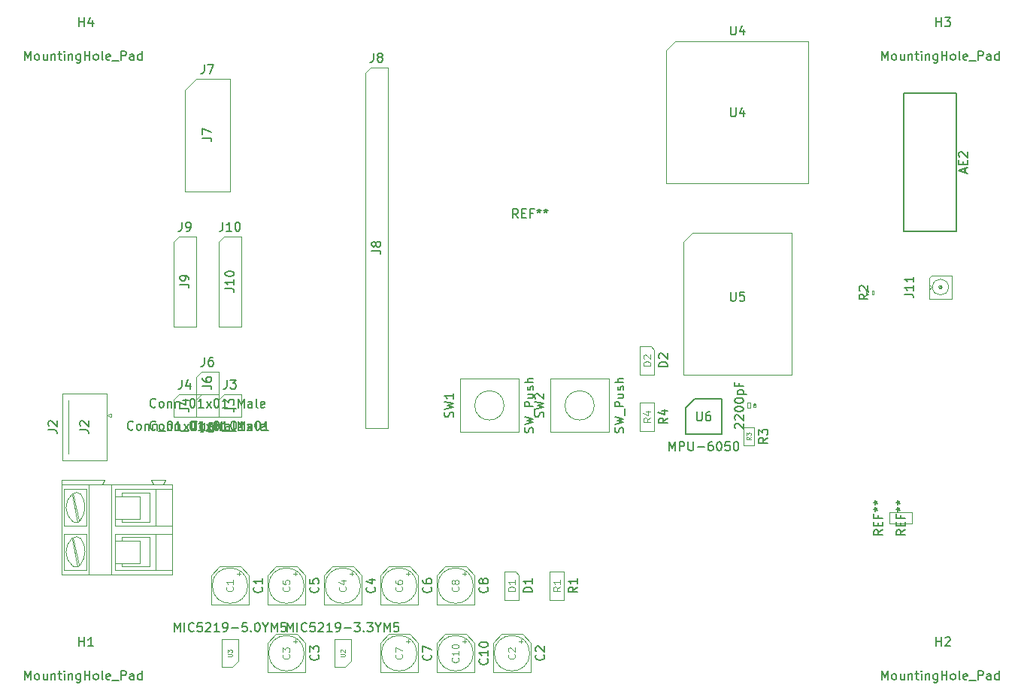
<source format=gbr>
%TF.GenerationSoftware,KiCad,Pcbnew,(5.1.9)-1*%
%TF.CreationDate,2022-08-26T12:30:02-05:00*%
%TF.ProjectId,GPSPuck,47505350-7563-46b2-9e6b-696361645f70,2*%
%TF.SameCoordinates,Original*%
%TF.FileFunction,Other,Fab,Top*%
%FSLAX46Y46*%
G04 Gerber Fmt 4.6, Leading zero omitted, Abs format (unit mm)*
G04 Created by KiCad (PCBNEW (5.1.9)-1) date 2022-08-26 12:30:02*
%MOMM*%
%LPD*%
G01*
G04 APERTURE LIST*
%ADD10C,0.100000*%
%ADD11C,0.150000*%
%ADD12C,0.075000*%
%ADD13C,0.120000*%
%ADD14C,0.080000*%
%ADD15C,0.040000*%
G04 APERTURE END LIST*
D10*
%TO.C,REF\u002A\u002A*%
X165735000Y-121280000D02*
X165735000Y-120020000D01*
X165735000Y-120020000D02*
X168275000Y-120020000D01*
X168275000Y-120020000D02*
X168275000Y-121280000D01*
X168275000Y-121280000D02*
X165735000Y-121280000D01*
%TO.C,J11*%
X170450000Y-94615000D02*
X170150000Y-94915000D01*
X170150000Y-94315000D02*
X170450000Y-94615000D01*
X171500000Y-94615000D02*
G75*
G03*
X171500000Y-94615000I-50000J0D01*
G01*
X171575000Y-94615000D02*
G75*
G03*
X171575000Y-94615000I-125000J0D01*
G01*
X172350000Y-94615000D02*
G75*
G03*
X172350000Y-94615000I-900000J0D01*
G01*
X172750000Y-93315000D02*
X172750000Y-95915000D01*
X172750000Y-93315000D02*
X170450000Y-93315000D01*
X170450000Y-93315000D02*
X170150000Y-93615000D01*
X172750000Y-95915000D02*
X170150000Y-95915000D01*
X170150000Y-93615000D02*
X170150000Y-95915000D01*
X171650000Y-94615000D02*
G75*
G03*
X171650000Y-94615000I-200000J0D01*
G01*
D11*
%TO.C,U6*%
X142780000Y-108220000D02*
X143780000Y-107220000D01*
X142780000Y-111220000D02*
X142780000Y-108220000D01*
X146780000Y-111220000D02*
X142780000Y-111220000D01*
X146780000Y-107220000D02*
X146780000Y-111220000D01*
X143780000Y-107220000D02*
X146780000Y-107220000D01*
D10*
%TO.C,U5*%
X143490000Y-88520000D02*
X142490000Y-89520000D01*
X142490000Y-89520000D02*
X142490000Y-104520000D01*
X142490000Y-104520000D02*
X154690000Y-104520000D01*
X154690000Y-88520000D02*
X154690000Y-104520000D01*
X143490000Y-88520000D02*
X154690000Y-88520000D01*
%TO.C,U4*%
X141590000Y-66930000D02*
X140590000Y-67930000D01*
X140590000Y-82930000D02*
X140590000Y-67930000D01*
X140590000Y-82930000D02*
X156590000Y-82930000D01*
X156590000Y-82930000D02*
X156590000Y-66930000D01*
X141590000Y-66930000D02*
X156590000Y-66930000D01*
%TO.C,U3*%
X90540000Y-137440000D02*
X90540000Y-134340000D01*
X90540000Y-134340000D02*
X92340000Y-134340000D01*
X92340000Y-136790000D02*
X92340000Y-134340000D01*
X90540000Y-137440000D02*
X91690000Y-137440000D01*
X92340000Y-136790000D02*
X91690000Y-137440000D01*
%TO.C,U2*%
X103240000Y-137440000D02*
X103240000Y-134340000D01*
X103240000Y-134340000D02*
X105040000Y-134340000D01*
X105040000Y-136790000D02*
X105040000Y-134340000D01*
X103240000Y-137440000D02*
X104390000Y-137440000D01*
X105040000Y-136790000D02*
X104390000Y-137440000D01*
%TO.C,SW2*%
X134110000Y-110950000D02*
X127510000Y-110950000D01*
X134110000Y-104950000D02*
X134110000Y-110950000D01*
X127510000Y-104950000D02*
X134110000Y-104950000D01*
X127510000Y-110950000D02*
X127510000Y-104950000D01*
X132460000Y-107950000D02*
G75*
G03*
X132460000Y-107950000I-1650000J0D01*
G01*
%TO.C,SW1*%
X123950000Y-110950000D02*
X117350000Y-110950000D01*
X123950000Y-104950000D02*
X123950000Y-110950000D01*
X117350000Y-104950000D02*
X123950000Y-104950000D01*
X117350000Y-110950000D02*
X117350000Y-104950000D01*
X122300000Y-107950000D02*
G75*
G03*
X122300000Y-107950000I-1650000J0D01*
G01*
%TO.C,R4*%
X137630000Y-110820000D02*
X137630000Y-107620000D01*
X139230000Y-110820000D02*
X137630000Y-110820000D01*
X139230000Y-107620000D02*
X139230000Y-110820000D01*
X137630000Y-107620000D02*
X139230000Y-107620000D01*
%TO.C,R3*%
X149235000Y-112440000D02*
X149235000Y-110440000D01*
X150485000Y-112440000D02*
X149235000Y-112440000D01*
X150485000Y-110440000D02*
X150485000Y-112440000D01*
X149235000Y-110440000D02*
X150485000Y-110440000D01*
%TO.C,R2*%
X163930000Y-95450000D02*
X163730000Y-95450000D01*
X163730000Y-95450000D02*
X163730000Y-95050000D01*
X163730000Y-95050000D02*
X163930000Y-95050000D01*
X163930000Y-95050000D02*
X163930000Y-95450000D01*
%TO.C,R1*%
X127470000Y-126670000D02*
X129070000Y-126670000D01*
X129070000Y-126670000D02*
X129070000Y-129870000D01*
X129070000Y-129870000D02*
X127470000Y-129870000D01*
X127470000Y-129870000D02*
X127470000Y-126670000D01*
%TO.C,J10*%
X90805000Y-88900000D02*
X92710000Y-88900000D01*
X92710000Y-88900000D02*
X92710000Y-99060000D01*
X92710000Y-99060000D02*
X90170000Y-99060000D01*
X90170000Y-99060000D02*
X90170000Y-89535000D01*
X90170000Y-89535000D02*
X90805000Y-88900000D01*
%TO.C,J9*%
X85090000Y-89535000D02*
X85725000Y-88900000D01*
X85090000Y-99060000D02*
X85090000Y-89535000D01*
X87630000Y-99060000D02*
X85090000Y-99060000D01*
X87630000Y-88900000D02*
X87630000Y-99060000D01*
X85725000Y-88900000D02*
X87630000Y-88900000D01*
%TO.C,J8*%
X106680000Y-70485000D02*
X107315000Y-69850000D01*
X106680000Y-110490000D02*
X106680000Y-70485000D01*
X109220000Y-110490000D02*
X106680000Y-110490000D01*
X109220000Y-69850000D02*
X109220000Y-110490000D01*
X107315000Y-69850000D02*
X109220000Y-69850000D01*
%TO.C,J7*%
X86360000Y-72390000D02*
X87630000Y-71120000D01*
X86360000Y-83820000D02*
X86360000Y-72390000D01*
X91440000Y-83820000D02*
X86360000Y-83820000D01*
X91440000Y-71120000D02*
X91440000Y-83820000D01*
X87630000Y-71120000D02*
X91440000Y-71120000D01*
%TO.C,J6*%
X87630000Y-104775000D02*
X88265000Y-104140000D01*
X87630000Y-106680000D02*
X87630000Y-104775000D01*
X90170000Y-106680000D02*
X87630000Y-106680000D01*
X90170000Y-104140000D02*
X90170000Y-106680000D01*
X88265000Y-104140000D02*
X90170000Y-104140000D01*
%TO.C,J5*%
X87630000Y-107315000D02*
X88265000Y-106680000D01*
X87630000Y-109220000D02*
X87630000Y-107315000D01*
X90170000Y-109220000D02*
X87630000Y-109220000D01*
X90170000Y-106680000D02*
X90170000Y-109220000D01*
X88265000Y-106680000D02*
X90170000Y-106680000D01*
%TO.C,J4*%
X85090000Y-107315000D02*
X85725000Y-106680000D01*
X85090000Y-109220000D02*
X85090000Y-107315000D01*
X87630000Y-109220000D02*
X85090000Y-109220000D01*
X87630000Y-106680000D02*
X87630000Y-109220000D01*
X85725000Y-106680000D02*
X87630000Y-106680000D01*
%TO.C,J3*%
X90170000Y-107315000D02*
X90805000Y-106680000D01*
X90170000Y-109220000D02*
X90170000Y-107315000D01*
X92710000Y-109220000D02*
X90170000Y-109220000D01*
X92710000Y-106680000D02*
X92710000Y-109220000D01*
X90805000Y-106680000D02*
X92710000Y-106680000D01*
%TO.C,J2*%
X78068500Y-109263000D02*
X77858500Y-109263000D01*
X78068500Y-108863000D02*
X77858500Y-108863000D01*
X78068500Y-108863000D02*
X78068500Y-109263000D01*
X77858500Y-109263000D02*
X77658500Y-109063000D01*
X77658500Y-109063000D02*
X77858500Y-108863000D01*
X72558500Y-106613000D02*
X77558500Y-106613000D01*
X77558500Y-106613000D02*
X77558500Y-114113000D01*
X72556796Y-106613000D02*
X72556796Y-114113000D01*
X73256796Y-107363000D02*
X73256796Y-113363000D01*
X72558500Y-114113000D02*
X77558500Y-114113000D01*
%TO.C,J1*%
X78490000Y-121100000D02*
X78490000Y-117790000D01*
X78490000Y-121480000D02*
X78490000Y-121100000D01*
X78490000Y-117410000D02*
X78490000Y-117790000D01*
X78100000Y-117790000D02*
X78100000Y-121100000D01*
X78100000Y-116850000D02*
X78100000Y-117790000D01*
X78100000Y-122800000D02*
X78100000Y-121100000D01*
X78100000Y-126100000D02*
X78100000Y-122800000D01*
X78100000Y-127040000D02*
X78100000Y-126100000D01*
X78490000Y-122800000D02*
X78490000Y-126100000D01*
X78490000Y-122420000D02*
X78490000Y-122800000D01*
X78490000Y-126480000D02*
X78490000Y-126100000D01*
X74420000Y-125950000D02*
X73790000Y-122900000D01*
X74290000Y-126080000D02*
X73660000Y-123020000D01*
X74420000Y-120940000D02*
X73790000Y-117900000D01*
X74290000Y-121070000D02*
X73660000Y-118020000D01*
X72770000Y-122420000D02*
X72770000Y-126480000D01*
X75310000Y-126480000D02*
X72770000Y-126480000D01*
X75310000Y-122420000D02*
X75310000Y-126480000D01*
X75310000Y-122420000D02*
X72770000Y-122420000D01*
X75310000Y-117410000D02*
X75310000Y-121480000D01*
X72770000Y-117410000D02*
X75310000Y-117410000D01*
X72770000Y-121480000D02*
X72770000Y-117410000D01*
X75310000Y-121480000D02*
X72770000Y-121480000D01*
X75570000Y-116850000D02*
X77090000Y-116850000D01*
X75570000Y-127040000D02*
X72520000Y-127040000D01*
X75570000Y-127040000D02*
X75570000Y-116850000D01*
X78100000Y-116850000D02*
X82800000Y-116850000D01*
X77090000Y-116850000D02*
X78100000Y-116850000D01*
X78100000Y-127040000D02*
X75570000Y-127040000D01*
X84960000Y-127040000D02*
X78100000Y-127040000D01*
X79250000Y-117790000D02*
X79250000Y-118180000D01*
X79250000Y-121100000D02*
X79250000Y-120720000D01*
X79250000Y-122800000D02*
X79250000Y-123180000D01*
X79250000Y-126100000D02*
X79250000Y-125720000D01*
X82420000Y-126100000D02*
X79250000Y-126100000D01*
X82420000Y-122800000D02*
X82420000Y-126100000D01*
X82420000Y-122800000D02*
X79250000Y-122800000D01*
X82420000Y-121100000D02*
X79250000Y-121100000D01*
X82420000Y-117790000D02*
X82420000Y-121100000D01*
X82420000Y-117790000D02*
X79250000Y-117790000D01*
X83060000Y-126480000D02*
X84960000Y-126480000D01*
X83060000Y-122420000D02*
X78490000Y-122420000D01*
X83060000Y-122420000D02*
X83060000Y-126480000D01*
X83060000Y-117410000D02*
X84960000Y-117410000D01*
X83060000Y-121480000D02*
X78490000Y-121480000D01*
X83060000Y-121480000D02*
X83060000Y-117410000D01*
X84960000Y-126480000D02*
X84960000Y-122420000D01*
X84960000Y-127040000D02*
X84960000Y-126480000D01*
X78490000Y-126480000D02*
X83060000Y-126480000D01*
X84960000Y-122420000D02*
X84960000Y-121480000D01*
X84960000Y-122420000D02*
X83060000Y-122420000D01*
X84960000Y-117410000D02*
X84960000Y-116850000D01*
X84960000Y-121480000D02*
X84960000Y-117410000D01*
X78490000Y-117410000D02*
X83060000Y-117410000D01*
X84960000Y-121480000D02*
X83060000Y-121480000D01*
X82550000Y-116350000D02*
X84200000Y-116350000D01*
X82800000Y-116850000D02*
X83950000Y-116850000D01*
X82550000Y-116350000D02*
X82800000Y-116850000D01*
X83950000Y-116850000D02*
X84960000Y-116850000D01*
X84200000Y-116350000D02*
X83950000Y-116850000D01*
X77340000Y-116350000D02*
X77090000Y-116850000D01*
X72520000Y-116350000D02*
X77340000Y-116350000D01*
X72520000Y-116850000D02*
X72520000Y-116350000D01*
X72520000Y-116850000D02*
X72520000Y-127040000D01*
X72520000Y-116850000D02*
X75570000Y-116850000D01*
X81280000Y-120720000D02*
X78490000Y-120720000D01*
X78490000Y-120720000D02*
X78490000Y-118180000D01*
X81280000Y-118180000D02*
X78490000Y-118180000D01*
X81280000Y-120720000D02*
X81280000Y-118180000D01*
X81280000Y-125720000D02*
X78490000Y-125720000D01*
X78490000Y-125720000D02*
X78490000Y-123180000D01*
X81280000Y-123180000D02*
X78490000Y-123180000D01*
X81280000Y-125720000D02*
X81280000Y-123180000D01*
X73681301Y-126022972D02*
G75*
G03*
X74610000Y-125880000I408699J432972D01*
G01*
X73668466Y-122920024D02*
G75*
G03*
X73740000Y-126080000I1361534J-1549976D01*
G01*
X74581418Y-125919829D02*
G75*
G03*
X74620000Y-122930000I-1911418J1519829D01*
G01*
X74653996Y-122974380D02*
G75*
G03*
X73690000Y-122930000I-503996J-455620D01*
G01*
X73681301Y-121022972D02*
G75*
G03*
X74610000Y-120880000I408699J432972D01*
G01*
X73678313Y-117921761D02*
G75*
G03*
X73740000Y-121070000I1351687J-1548239D01*
G01*
X74571737Y-120912333D02*
G75*
G03*
X74620000Y-117930000I-1901737J1522333D01*
G01*
X74663995Y-117974468D02*
G75*
G03*
X73690000Y-117920000I-513995J-455532D01*
G01*
%TO.C,D2*%
X137630000Y-104470000D02*
X139230000Y-104470000D01*
X137630000Y-101270000D02*
X137630000Y-104470000D01*
X138830000Y-101270000D02*
X137630000Y-101270000D01*
X139230000Y-101670000D02*
X138830000Y-101270000D01*
X139230000Y-104470000D02*
X139230000Y-101670000D01*
%TO.C,D1*%
X123990000Y-129870000D02*
X123990000Y-127070000D01*
X123990000Y-127070000D02*
X123590000Y-126670000D01*
X123590000Y-126670000D02*
X122390000Y-126670000D01*
X122390000Y-126670000D02*
X122390000Y-129870000D01*
X122390000Y-129870000D02*
X123990000Y-129870000D01*
%TO.C,C8*%
X118840000Y-128270000D02*
G75*
G03*
X118840000Y-128270000I-2000000J0D01*
G01*
X118990000Y-130420000D02*
X114690000Y-130420000D01*
X118990000Y-127120000D02*
X118990000Y-130420000D01*
X114690000Y-127120000D02*
X114690000Y-130420000D01*
X117990000Y-126120000D02*
X115690000Y-126120000D01*
X117990000Y-126120000D02*
X118990000Y-127120000D01*
X115690000Y-126120000D02*
X114690000Y-127120000D01*
X117840000Y-126695227D02*
X117840000Y-127095227D01*
X118040000Y-126895227D02*
X117640000Y-126895227D01*
%TO.C,C7*%
X111690000Y-134515227D02*
X111290000Y-134515227D01*
X111490000Y-134315227D02*
X111490000Y-134715227D01*
X109340000Y-133740000D02*
X108340000Y-134740000D01*
X111640000Y-133740000D02*
X112640000Y-134740000D01*
X111640000Y-133740000D02*
X109340000Y-133740000D01*
X108340000Y-134740000D02*
X108340000Y-138040000D01*
X112640000Y-134740000D02*
X112640000Y-138040000D01*
X112640000Y-138040000D02*
X108340000Y-138040000D01*
X112490000Y-135890000D02*
G75*
G03*
X112490000Y-135890000I-2000000J0D01*
G01*
%TO.C,C6*%
X111690000Y-126895227D02*
X111290000Y-126895227D01*
X111490000Y-126695227D02*
X111490000Y-127095227D01*
X109340000Y-126120000D02*
X108340000Y-127120000D01*
X111640000Y-126120000D02*
X112640000Y-127120000D01*
X111640000Y-126120000D02*
X109340000Y-126120000D01*
X108340000Y-127120000D02*
X108340000Y-130420000D01*
X112640000Y-127120000D02*
X112640000Y-130420000D01*
X112640000Y-130420000D02*
X108340000Y-130420000D01*
X112490000Y-128270000D02*
G75*
G03*
X112490000Y-128270000I-2000000J0D01*
G01*
%TO.C,C5*%
X98990000Y-126895227D02*
X98590000Y-126895227D01*
X98790000Y-126695227D02*
X98790000Y-127095227D01*
X96640000Y-126120000D02*
X95640000Y-127120000D01*
X98940000Y-126120000D02*
X99940000Y-127120000D01*
X98940000Y-126120000D02*
X96640000Y-126120000D01*
X95640000Y-127120000D02*
X95640000Y-130420000D01*
X99940000Y-127120000D02*
X99940000Y-130420000D01*
X99940000Y-130420000D02*
X95640000Y-130420000D01*
X99790000Y-128270000D02*
G75*
G03*
X99790000Y-128270000I-2000000J0D01*
G01*
%TO.C,C4*%
X105340000Y-126895227D02*
X104940000Y-126895227D01*
X105140000Y-126695227D02*
X105140000Y-127095227D01*
X102990000Y-126120000D02*
X101990000Y-127120000D01*
X105290000Y-126120000D02*
X106290000Y-127120000D01*
X105290000Y-126120000D02*
X102990000Y-126120000D01*
X101990000Y-127120000D02*
X101990000Y-130420000D01*
X106290000Y-127120000D02*
X106290000Y-130420000D01*
X106290000Y-130420000D02*
X101990000Y-130420000D01*
X106140000Y-128270000D02*
G75*
G03*
X106140000Y-128270000I-2000000J0D01*
G01*
%TO.C,C3*%
X98990000Y-134515227D02*
X98590000Y-134515227D01*
X98790000Y-134315227D02*
X98790000Y-134715227D01*
X96640000Y-133740000D02*
X95640000Y-134740000D01*
X98940000Y-133740000D02*
X99940000Y-134740000D01*
X98940000Y-133740000D02*
X96640000Y-133740000D01*
X95640000Y-134740000D02*
X95640000Y-138040000D01*
X99940000Y-134740000D02*
X99940000Y-138040000D01*
X99940000Y-138040000D02*
X95640000Y-138040000D01*
X99790000Y-135890000D02*
G75*
G03*
X99790000Y-135890000I-2000000J0D01*
G01*
%TO.C,C2*%
X125190000Y-135890000D02*
G75*
G03*
X125190000Y-135890000I-2000000J0D01*
G01*
X125340000Y-138040000D02*
X121040000Y-138040000D01*
X125340000Y-134740000D02*
X125340000Y-138040000D01*
X121040000Y-134740000D02*
X121040000Y-138040000D01*
X124340000Y-133740000D02*
X122040000Y-133740000D01*
X124340000Y-133740000D02*
X125340000Y-134740000D01*
X122040000Y-133740000D02*
X121040000Y-134740000D01*
X124190000Y-134315227D02*
X124190000Y-134715227D01*
X124390000Y-134515227D02*
X123990000Y-134515227D01*
%TO.C,C1*%
X92640000Y-126895227D02*
X92240000Y-126895227D01*
X92440000Y-126695227D02*
X92440000Y-127095227D01*
X90290000Y-126120000D02*
X89290000Y-127120000D01*
X92590000Y-126120000D02*
X93590000Y-127120000D01*
X92590000Y-126120000D02*
X90290000Y-126120000D01*
X89290000Y-127120000D02*
X89290000Y-130420000D01*
X93590000Y-127120000D02*
X93590000Y-130420000D01*
X93590000Y-130420000D02*
X89290000Y-130420000D01*
X93440000Y-128270000D02*
G75*
G03*
X93440000Y-128270000I-2000000J0D01*
G01*
D11*
%TO.C,AE2*%
X173240000Y-72790000D02*
X167290000Y-72790000D01*
X167290000Y-88290000D02*
X173240000Y-88290000D01*
X167290000Y-72790000D02*
X167290000Y-88290000D01*
X173240000Y-88290000D02*
X173240000Y-72790000D01*
D10*
%TO.C,C9*%
X149710000Y-108250000D02*
X149710000Y-107650000D01*
X150010000Y-108250000D02*
X149710000Y-108250000D01*
X150010000Y-107650000D02*
X150010000Y-108250000D01*
X149710000Y-107650000D02*
X150010000Y-107650000D01*
%TO.C,C10*%
X118840000Y-135890000D02*
G75*
G03*
X118840000Y-135890000I-2000000J0D01*
G01*
X118990000Y-138040000D02*
X114690000Y-138040000D01*
X118990000Y-134740000D02*
X118990000Y-138040000D01*
X114690000Y-134740000D02*
X114690000Y-138040000D01*
X117990000Y-133740000D02*
X115690000Y-133740000D01*
X117990000Y-133740000D02*
X118990000Y-134740000D01*
X115690000Y-133740000D02*
X114690000Y-134740000D01*
X117840000Y-134315227D02*
X117840000Y-134715227D01*
X118040000Y-134515227D02*
X117640000Y-134515227D01*
%TD*%
%TO.C,REF\u002A\u002A*%
D11*
X164917380Y-121983333D02*
X164441190Y-122316666D01*
X164917380Y-122554761D02*
X163917380Y-122554761D01*
X163917380Y-122173809D01*
X163965000Y-122078571D01*
X164012619Y-122030952D01*
X164107857Y-121983333D01*
X164250714Y-121983333D01*
X164345952Y-122030952D01*
X164393571Y-122078571D01*
X164441190Y-122173809D01*
X164441190Y-122554761D01*
X164393571Y-121554761D02*
X164393571Y-121221428D01*
X164917380Y-121078571D02*
X164917380Y-121554761D01*
X163917380Y-121554761D01*
X163917380Y-121078571D01*
X164393571Y-120316666D02*
X164393571Y-120650000D01*
X164917380Y-120650000D02*
X163917380Y-120650000D01*
X163917380Y-120173809D01*
X163917380Y-119650000D02*
X164155476Y-119650000D01*
X164060238Y-119888095D02*
X164155476Y-119650000D01*
X164060238Y-119411904D01*
X164345952Y-119792857D02*
X164155476Y-119650000D01*
X164345952Y-119507142D01*
X163917380Y-118888095D02*
X164155476Y-118888095D01*
X164060238Y-119126190D02*
X164155476Y-118888095D01*
X164060238Y-118650000D01*
X164345952Y-119030952D02*
X164155476Y-118888095D01*
X164345952Y-118745238D01*
X167457380Y-121983333D02*
X166981190Y-122316666D01*
X167457380Y-122554761D02*
X166457380Y-122554761D01*
X166457380Y-122173809D01*
X166505000Y-122078571D01*
X166552619Y-122030952D01*
X166647857Y-121983333D01*
X166790714Y-121983333D01*
X166885952Y-122030952D01*
X166933571Y-122078571D01*
X166981190Y-122173809D01*
X166981190Y-122554761D01*
X166933571Y-121554761D02*
X166933571Y-121221428D01*
X167457380Y-121078571D02*
X167457380Y-121554761D01*
X166457380Y-121554761D01*
X166457380Y-121078571D01*
X166933571Y-120316666D02*
X166933571Y-120650000D01*
X167457380Y-120650000D02*
X166457380Y-120650000D01*
X166457380Y-120173809D01*
X166457380Y-119650000D02*
X166695476Y-119650000D01*
X166600238Y-119888095D02*
X166695476Y-119650000D01*
X166600238Y-119411904D01*
X166885952Y-119792857D02*
X166695476Y-119650000D01*
X166885952Y-119507142D01*
X166457380Y-118888095D02*
X166695476Y-118888095D01*
X166600238Y-119126190D02*
X166695476Y-118888095D01*
X166600238Y-118650000D01*
X166885952Y-119030952D02*
X166695476Y-118888095D01*
X166885952Y-118745238D01*
%TO.C,J11*%
X167402380Y-95424523D02*
X168116666Y-95424523D01*
X168259523Y-95472142D01*
X168354761Y-95567380D01*
X168402380Y-95710238D01*
X168402380Y-95805476D01*
X168402380Y-94424523D02*
X168402380Y-94995952D01*
X168402380Y-94710238D02*
X167402380Y-94710238D01*
X167545238Y-94805476D01*
X167640476Y-94900714D01*
X167688095Y-94995952D01*
X168402380Y-93472142D02*
X168402380Y-94043571D01*
X168402380Y-93757857D02*
X167402380Y-93757857D01*
X167545238Y-93853095D01*
X167640476Y-93948333D01*
X167688095Y-94043571D01*
X167402380Y-95424523D02*
X168116666Y-95424523D01*
X168259523Y-95472142D01*
X168354761Y-95567380D01*
X168402380Y-95710238D01*
X168402380Y-95805476D01*
X168402380Y-94424523D02*
X168402380Y-94995952D01*
X168402380Y-94710238D02*
X167402380Y-94710238D01*
X167545238Y-94805476D01*
X167640476Y-94900714D01*
X167688095Y-94995952D01*
X168402380Y-93472142D02*
X168402380Y-94043571D01*
X168402380Y-93757857D02*
X167402380Y-93757857D01*
X167545238Y-93853095D01*
X167640476Y-93948333D01*
X167688095Y-94043571D01*
%TO.C,H4*%
X68358571Y-69022380D02*
X68358571Y-68022380D01*
X68691904Y-68736666D01*
X69025238Y-68022380D01*
X69025238Y-69022380D01*
X69644285Y-69022380D02*
X69549047Y-68974761D01*
X69501428Y-68927142D01*
X69453809Y-68831904D01*
X69453809Y-68546190D01*
X69501428Y-68450952D01*
X69549047Y-68403333D01*
X69644285Y-68355714D01*
X69787142Y-68355714D01*
X69882380Y-68403333D01*
X69930000Y-68450952D01*
X69977619Y-68546190D01*
X69977619Y-68831904D01*
X69930000Y-68927142D01*
X69882380Y-68974761D01*
X69787142Y-69022380D01*
X69644285Y-69022380D01*
X70834761Y-68355714D02*
X70834761Y-69022380D01*
X70406190Y-68355714D02*
X70406190Y-68879523D01*
X70453809Y-68974761D01*
X70549047Y-69022380D01*
X70691904Y-69022380D01*
X70787142Y-68974761D01*
X70834761Y-68927142D01*
X71310952Y-68355714D02*
X71310952Y-69022380D01*
X71310952Y-68450952D02*
X71358571Y-68403333D01*
X71453809Y-68355714D01*
X71596666Y-68355714D01*
X71691904Y-68403333D01*
X71739523Y-68498571D01*
X71739523Y-69022380D01*
X72072857Y-68355714D02*
X72453809Y-68355714D01*
X72215714Y-68022380D02*
X72215714Y-68879523D01*
X72263333Y-68974761D01*
X72358571Y-69022380D01*
X72453809Y-69022380D01*
X72787142Y-69022380D02*
X72787142Y-68355714D01*
X72787142Y-68022380D02*
X72739523Y-68070000D01*
X72787142Y-68117619D01*
X72834761Y-68070000D01*
X72787142Y-68022380D01*
X72787142Y-68117619D01*
X73263333Y-68355714D02*
X73263333Y-69022380D01*
X73263333Y-68450952D02*
X73310952Y-68403333D01*
X73406190Y-68355714D01*
X73549047Y-68355714D01*
X73644285Y-68403333D01*
X73691904Y-68498571D01*
X73691904Y-69022380D01*
X74596666Y-68355714D02*
X74596666Y-69165238D01*
X74549047Y-69260476D01*
X74501428Y-69308095D01*
X74406190Y-69355714D01*
X74263333Y-69355714D01*
X74168095Y-69308095D01*
X74596666Y-68974761D02*
X74501428Y-69022380D01*
X74310952Y-69022380D01*
X74215714Y-68974761D01*
X74168095Y-68927142D01*
X74120476Y-68831904D01*
X74120476Y-68546190D01*
X74168095Y-68450952D01*
X74215714Y-68403333D01*
X74310952Y-68355714D01*
X74501428Y-68355714D01*
X74596666Y-68403333D01*
X75072857Y-69022380D02*
X75072857Y-68022380D01*
X75072857Y-68498571D02*
X75644285Y-68498571D01*
X75644285Y-69022380D02*
X75644285Y-68022380D01*
X76263333Y-69022380D02*
X76168095Y-68974761D01*
X76120476Y-68927142D01*
X76072857Y-68831904D01*
X76072857Y-68546190D01*
X76120476Y-68450952D01*
X76168095Y-68403333D01*
X76263333Y-68355714D01*
X76406190Y-68355714D01*
X76501428Y-68403333D01*
X76549047Y-68450952D01*
X76596666Y-68546190D01*
X76596666Y-68831904D01*
X76549047Y-68927142D01*
X76501428Y-68974761D01*
X76406190Y-69022380D01*
X76263333Y-69022380D01*
X77168095Y-69022380D02*
X77072857Y-68974761D01*
X77025238Y-68879523D01*
X77025238Y-68022380D01*
X77930000Y-68974761D02*
X77834761Y-69022380D01*
X77644285Y-69022380D01*
X77549047Y-68974761D01*
X77501428Y-68879523D01*
X77501428Y-68498571D01*
X77549047Y-68403333D01*
X77644285Y-68355714D01*
X77834761Y-68355714D01*
X77930000Y-68403333D01*
X77977619Y-68498571D01*
X77977619Y-68593809D01*
X77501428Y-68689047D01*
X78168095Y-69117619D02*
X78930000Y-69117619D01*
X79168095Y-69022380D02*
X79168095Y-68022380D01*
X79549047Y-68022380D01*
X79644285Y-68070000D01*
X79691904Y-68117619D01*
X79739523Y-68212857D01*
X79739523Y-68355714D01*
X79691904Y-68450952D01*
X79644285Y-68498571D01*
X79549047Y-68546190D01*
X79168095Y-68546190D01*
X80596666Y-69022380D02*
X80596666Y-68498571D01*
X80549047Y-68403333D01*
X80453809Y-68355714D01*
X80263333Y-68355714D01*
X80168095Y-68403333D01*
X80596666Y-68974761D02*
X80501428Y-69022380D01*
X80263333Y-69022380D01*
X80168095Y-68974761D01*
X80120476Y-68879523D01*
X80120476Y-68784285D01*
X80168095Y-68689047D01*
X80263333Y-68641428D01*
X80501428Y-68641428D01*
X80596666Y-68593809D01*
X81501428Y-69022380D02*
X81501428Y-68022380D01*
X81501428Y-68974761D02*
X81406190Y-69022380D01*
X81215714Y-69022380D01*
X81120476Y-68974761D01*
X81072857Y-68927142D01*
X81025238Y-68831904D01*
X81025238Y-68546190D01*
X81072857Y-68450952D01*
X81120476Y-68403333D01*
X81215714Y-68355714D01*
X81406190Y-68355714D01*
X81501428Y-68403333D01*
X74468095Y-65222380D02*
X74468095Y-64222380D01*
X74468095Y-64698571D02*
X75039523Y-64698571D01*
X75039523Y-65222380D02*
X75039523Y-64222380D01*
X75944285Y-64555714D02*
X75944285Y-65222380D01*
X75706190Y-64174761D02*
X75468095Y-64889047D01*
X76087142Y-64889047D01*
%TO.C,H3*%
X164878571Y-69022380D02*
X164878571Y-68022380D01*
X165211904Y-68736666D01*
X165545238Y-68022380D01*
X165545238Y-69022380D01*
X166164285Y-69022380D02*
X166069047Y-68974761D01*
X166021428Y-68927142D01*
X165973809Y-68831904D01*
X165973809Y-68546190D01*
X166021428Y-68450952D01*
X166069047Y-68403333D01*
X166164285Y-68355714D01*
X166307142Y-68355714D01*
X166402380Y-68403333D01*
X166450000Y-68450952D01*
X166497619Y-68546190D01*
X166497619Y-68831904D01*
X166450000Y-68927142D01*
X166402380Y-68974761D01*
X166307142Y-69022380D01*
X166164285Y-69022380D01*
X167354761Y-68355714D02*
X167354761Y-69022380D01*
X166926190Y-68355714D02*
X166926190Y-68879523D01*
X166973809Y-68974761D01*
X167069047Y-69022380D01*
X167211904Y-69022380D01*
X167307142Y-68974761D01*
X167354761Y-68927142D01*
X167830952Y-68355714D02*
X167830952Y-69022380D01*
X167830952Y-68450952D02*
X167878571Y-68403333D01*
X167973809Y-68355714D01*
X168116666Y-68355714D01*
X168211904Y-68403333D01*
X168259523Y-68498571D01*
X168259523Y-69022380D01*
X168592857Y-68355714D02*
X168973809Y-68355714D01*
X168735714Y-68022380D02*
X168735714Y-68879523D01*
X168783333Y-68974761D01*
X168878571Y-69022380D01*
X168973809Y-69022380D01*
X169307142Y-69022380D02*
X169307142Y-68355714D01*
X169307142Y-68022380D02*
X169259523Y-68070000D01*
X169307142Y-68117619D01*
X169354761Y-68070000D01*
X169307142Y-68022380D01*
X169307142Y-68117619D01*
X169783333Y-68355714D02*
X169783333Y-69022380D01*
X169783333Y-68450952D02*
X169830952Y-68403333D01*
X169926190Y-68355714D01*
X170069047Y-68355714D01*
X170164285Y-68403333D01*
X170211904Y-68498571D01*
X170211904Y-69022380D01*
X171116666Y-68355714D02*
X171116666Y-69165238D01*
X171069047Y-69260476D01*
X171021428Y-69308095D01*
X170926190Y-69355714D01*
X170783333Y-69355714D01*
X170688095Y-69308095D01*
X171116666Y-68974761D02*
X171021428Y-69022380D01*
X170830952Y-69022380D01*
X170735714Y-68974761D01*
X170688095Y-68927142D01*
X170640476Y-68831904D01*
X170640476Y-68546190D01*
X170688095Y-68450952D01*
X170735714Y-68403333D01*
X170830952Y-68355714D01*
X171021428Y-68355714D01*
X171116666Y-68403333D01*
X171592857Y-69022380D02*
X171592857Y-68022380D01*
X171592857Y-68498571D02*
X172164285Y-68498571D01*
X172164285Y-69022380D02*
X172164285Y-68022380D01*
X172783333Y-69022380D02*
X172688095Y-68974761D01*
X172640476Y-68927142D01*
X172592857Y-68831904D01*
X172592857Y-68546190D01*
X172640476Y-68450952D01*
X172688095Y-68403333D01*
X172783333Y-68355714D01*
X172926190Y-68355714D01*
X173021428Y-68403333D01*
X173069047Y-68450952D01*
X173116666Y-68546190D01*
X173116666Y-68831904D01*
X173069047Y-68927142D01*
X173021428Y-68974761D01*
X172926190Y-69022380D01*
X172783333Y-69022380D01*
X173688095Y-69022380D02*
X173592857Y-68974761D01*
X173545238Y-68879523D01*
X173545238Y-68022380D01*
X174450000Y-68974761D02*
X174354761Y-69022380D01*
X174164285Y-69022380D01*
X174069047Y-68974761D01*
X174021428Y-68879523D01*
X174021428Y-68498571D01*
X174069047Y-68403333D01*
X174164285Y-68355714D01*
X174354761Y-68355714D01*
X174450000Y-68403333D01*
X174497619Y-68498571D01*
X174497619Y-68593809D01*
X174021428Y-68689047D01*
X174688095Y-69117619D02*
X175450000Y-69117619D01*
X175688095Y-69022380D02*
X175688095Y-68022380D01*
X176069047Y-68022380D01*
X176164285Y-68070000D01*
X176211904Y-68117619D01*
X176259523Y-68212857D01*
X176259523Y-68355714D01*
X176211904Y-68450952D01*
X176164285Y-68498571D01*
X176069047Y-68546190D01*
X175688095Y-68546190D01*
X177116666Y-69022380D02*
X177116666Y-68498571D01*
X177069047Y-68403333D01*
X176973809Y-68355714D01*
X176783333Y-68355714D01*
X176688095Y-68403333D01*
X177116666Y-68974761D02*
X177021428Y-69022380D01*
X176783333Y-69022380D01*
X176688095Y-68974761D01*
X176640476Y-68879523D01*
X176640476Y-68784285D01*
X176688095Y-68689047D01*
X176783333Y-68641428D01*
X177021428Y-68641428D01*
X177116666Y-68593809D01*
X178021428Y-69022380D02*
X178021428Y-68022380D01*
X178021428Y-68974761D02*
X177926190Y-69022380D01*
X177735714Y-69022380D01*
X177640476Y-68974761D01*
X177592857Y-68927142D01*
X177545238Y-68831904D01*
X177545238Y-68546190D01*
X177592857Y-68450952D01*
X177640476Y-68403333D01*
X177735714Y-68355714D01*
X177926190Y-68355714D01*
X178021428Y-68403333D01*
X170988095Y-65222380D02*
X170988095Y-64222380D01*
X170988095Y-64698571D02*
X171559523Y-64698571D01*
X171559523Y-65222380D02*
X171559523Y-64222380D01*
X171940476Y-64222380D02*
X172559523Y-64222380D01*
X172226190Y-64603333D01*
X172369047Y-64603333D01*
X172464285Y-64650952D01*
X172511904Y-64698571D01*
X172559523Y-64793809D01*
X172559523Y-65031904D01*
X172511904Y-65127142D01*
X172464285Y-65174761D01*
X172369047Y-65222380D01*
X172083333Y-65222380D01*
X171988095Y-65174761D01*
X171940476Y-65127142D01*
%TO.C,H2*%
X164878571Y-138872380D02*
X164878571Y-137872380D01*
X165211904Y-138586666D01*
X165545238Y-137872380D01*
X165545238Y-138872380D01*
X166164285Y-138872380D02*
X166069047Y-138824761D01*
X166021428Y-138777142D01*
X165973809Y-138681904D01*
X165973809Y-138396190D01*
X166021428Y-138300952D01*
X166069047Y-138253333D01*
X166164285Y-138205714D01*
X166307142Y-138205714D01*
X166402380Y-138253333D01*
X166450000Y-138300952D01*
X166497619Y-138396190D01*
X166497619Y-138681904D01*
X166450000Y-138777142D01*
X166402380Y-138824761D01*
X166307142Y-138872380D01*
X166164285Y-138872380D01*
X167354761Y-138205714D02*
X167354761Y-138872380D01*
X166926190Y-138205714D02*
X166926190Y-138729523D01*
X166973809Y-138824761D01*
X167069047Y-138872380D01*
X167211904Y-138872380D01*
X167307142Y-138824761D01*
X167354761Y-138777142D01*
X167830952Y-138205714D02*
X167830952Y-138872380D01*
X167830952Y-138300952D02*
X167878571Y-138253333D01*
X167973809Y-138205714D01*
X168116666Y-138205714D01*
X168211904Y-138253333D01*
X168259523Y-138348571D01*
X168259523Y-138872380D01*
X168592857Y-138205714D02*
X168973809Y-138205714D01*
X168735714Y-137872380D02*
X168735714Y-138729523D01*
X168783333Y-138824761D01*
X168878571Y-138872380D01*
X168973809Y-138872380D01*
X169307142Y-138872380D02*
X169307142Y-138205714D01*
X169307142Y-137872380D02*
X169259523Y-137920000D01*
X169307142Y-137967619D01*
X169354761Y-137920000D01*
X169307142Y-137872380D01*
X169307142Y-137967619D01*
X169783333Y-138205714D02*
X169783333Y-138872380D01*
X169783333Y-138300952D02*
X169830952Y-138253333D01*
X169926190Y-138205714D01*
X170069047Y-138205714D01*
X170164285Y-138253333D01*
X170211904Y-138348571D01*
X170211904Y-138872380D01*
X171116666Y-138205714D02*
X171116666Y-139015238D01*
X171069047Y-139110476D01*
X171021428Y-139158095D01*
X170926190Y-139205714D01*
X170783333Y-139205714D01*
X170688095Y-139158095D01*
X171116666Y-138824761D02*
X171021428Y-138872380D01*
X170830952Y-138872380D01*
X170735714Y-138824761D01*
X170688095Y-138777142D01*
X170640476Y-138681904D01*
X170640476Y-138396190D01*
X170688095Y-138300952D01*
X170735714Y-138253333D01*
X170830952Y-138205714D01*
X171021428Y-138205714D01*
X171116666Y-138253333D01*
X171592857Y-138872380D02*
X171592857Y-137872380D01*
X171592857Y-138348571D02*
X172164285Y-138348571D01*
X172164285Y-138872380D02*
X172164285Y-137872380D01*
X172783333Y-138872380D02*
X172688095Y-138824761D01*
X172640476Y-138777142D01*
X172592857Y-138681904D01*
X172592857Y-138396190D01*
X172640476Y-138300952D01*
X172688095Y-138253333D01*
X172783333Y-138205714D01*
X172926190Y-138205714D01*
X173021428Y-138253333D01*
X173069047Y-138300952D01*
X173116666Y-138396190D01*
X173116666Y-138681904D01*
X173069047Y-138777142D01*
X173021428Y-138824761D01*
X172926190Y-138872380D01*
X172783333Y-138872380D01*
X173688095Y-138872380D02*
X173592857Y-138824761D01*
X173545238Y-138729523D01*
X173545238Y-137872380D01*
X174450000Y-138824761D02*
X174354761Y-138872380D01*
X174164285Y-138872380D01*
X174069047Y-138824761D01*
X174021428Y-138729523D01*
X174021428Y-138348571D01*
X174069047Y-138253333D01*
X174164285Y-138205714D01*
X174354761Y-138205714D01*
X174450000Y-138253333D01*
X174497619Y-138348571D01*
X174497619Y-138443809D01*
X174021428Y-138539047D01*
X174688095Y-138967619D02*
X175450000Y-138967619D01*
X175688095Y-138872380D02*
X175688095Y-137872380D01*
X176069047Y-137872380D01*
X176164285Y-137920000D01*
X176211904Y-137967619D01*
X176259523Y-138062857D01*
X176259523Y-138205714D01*
X176211904Y-138300952D01*
X176164285Y-138348571D01*
X176069047Y-138396190D01*
X175688095Y-138396190D01*
X177116666Y-138872380D02*
X177116666Y-138348571D01*
X177069047Y-138253333D01*
X176973809Y-138205714D01*
X176783333Y-138205714D01*
X176688095Y-138253333D01*
X177116666Y-138824761D02*
X177021428Y-138872380D01*
X176783333Y-138872380D01*
X176688095Y-138824761D01*
X176640476Y-138729523D01*
X176640476Y-138634285D01*
X176688095Y-138539047D01*
X176783333Y-138491428D01*
X177021428Y-138491428D01*
X177116666Y-138443809D01*
X178021428Y-138872380D02*
X178021428Y-137872380D01*
X178021428Y-138824761D02*
X177926190Y-138872380D01*
X177735714Y-138872380D01*
X177640476Y-138824761D01*
X177592857Y-138777142D01*
X177545238Y-138681904D01*
X177545238Y-138396190D01*
X177592857Y-138300952D01*
X177640476Y-138253333D01*
X177735714Y-138205714D01*
X177926190Y-138205714D01*
X178021428Y-138253333D01*
X170988095Y-135072380D02*
X170988095Y-134072380D01*
X170988095Y-134548571D02*
X171559523Y-134548571D01*
X171559523Y-135072380D02*
X171559523Y-134072380D01*
X171988095Y-134167619D02*
X172035714Y-134120000D01*
X172130952Y-134072380D01*
X172369047Y-134072380D01*
X172464285Y-134120000D01*
X172511904Y-134167619D01*
X172559523Y-134262857D01*
X172559523Y-134358095D01*
X172511904Y-134500952D01*
X171940476Y-135072380D01*
X172559523Y-135072380D01*
%TO.C,H1*%
X68358571Y-138872380D02*
X68358571Y-137872380D01*
X68691904Y-138586666D01*
X69025238Y-137872380D01*
X69025238Y-138872380D01*
X69644285Y-138872380D02*
X69549047Y-138824761D01*
X69501428Y-138777142D01*
X69453809Y-138681904D01*
X69453809Y-138396190D01*
X69501428Y-138300952D01*
X69549047Y-138253333D01*
X69644285Y-138205714D01*
X69787142Y-138205714D01*
X69882380Y-138253333D01*
X69930000Y-138300952D01*
X69977619Y-138396190D01*
X69977619Y-138681904D01*
X69930000Y-138777142D01*
X69882380Y-138824761D01*
X69787142Y-138872380D01*
X69644285Y-138872380D01*
X70834761Y-138205714D02*
X70834761Y-138872380D01*
X70406190Y-138205714D02*
X70406190Y-138729523D01*
X70453809Y-138824761D01*
X70549047Y-138872380D01*
X70691904Y-138872380D01*
X70787142Y-138824761D01*
X70834761Y-138777142D01*
X71310952Y-138205714D02*
X71310952Y-138872380D01*
X71310952Y-138300952D02*
X71358571Y-138253333D01*
X71453809Y-138205714D01*
X71596666Y-138205714D01*
X71691904Y-138253333D01*
X71739523Y-138348571D01*
X71739523Y-138872380D01*
X72072857Y-138205714D02*
X72453809Y-138205714D01*
X72215714Y-137872380D02*
X72215714Y-138729523D01*
X72263333Y-138824761D01*
X72358571Y-138872380D01*
X72453809Y-138872380D01*
X72787142Y-138872380D02*
X72787142Y-138205714D01*
X72787142Y-137872380D02*
X72739523Y-137920000D01*
X72787142Y-137967619D01*
X72834761Y-137920000D01*
X72787142Y-137872380D01*
X72787142Y-137967619D01*
X73263333Y-138205714D02*
X73263333Y-138872380D01*
X73263333Y-138300952D02*
X73310952Y-138253333D01*
X73406190Y-138205714D01*
X73549047Y-138205714D01*
X73644285Y-138253333D01*
X73691904Y-138348571D01*
X73691904Y-138872380D01*
X74596666Y-138205714D02*
X74596666Y-139015238D01*
X74549047Y-139110476D01*
X74501428Y-139158095D01*
X74406190Y-139205714D01*
X74263333Y-139205714D01*
X74168095Y-139158095D01*
X74596666Y-138824761D02*
X74501428Y-138872380D01*
X74310952Y-138872380D01*
X74215714Y-138824761D01*
X74168095Y-138777142D01*
X74120476Y-138681904D01*
X74120476Y-138396190D01*
X74168095Y-138300952D01*
X74215714Y-138253333D01*
X74310952Y-138205714D01*
X74501428Y-138205714D01*
X74596666Y-138253333D01*
X75072857Y-138872380D02*
X75072857Y-137872380D01*
X75072857Y-138348571D02*
X75644285Y-138348571D01*
X75644285Y-138872380D02*
X75644285Y-137872380D01*
X76263333Y-138872380D02*
X76168095Y-138824761D01*
X76120476Y-138777142D01*
X76072857Y-138681904D01*
X76072857Y-138396190D01*
X76120476Y-138300952D01*
X76168095Y-138253333D01*
X76263333Y-138205714D01*
X76406190Y-138205714D01*
X76501428Y-138253333D01*
X76549047Y-138300952D01*
X76596666Y-138396190D01*
X76596666Y-138681904D01*
X76549047Y-138777142D01*
X76501428Y-138824761D01*
X76406190Y-138872380D01*
X76263333Y-138872380D01*
X77168095Y-138872380D02*
X77072857Y-138824761D01*
X77025238Y-138729523D01*
X77025238Y-137872380D01*
X77930000Y-138824761D02*
X77834761Y-138872380D01*
X77644285Y-138872380D01*
X77549047Y-138824761D01*
X77501428Y-138729523D01*
X77501428Y-138348571D01*
X77549047Y-138253333D01*
X77644285Y-138205714D01*
X77834761Y-138205714D01*
X77930000Y-138253333D01*
X77977619Y-138348571D01*
X77977619Y-138443809D01*
X77501428Y-138539047D01*
X78168095Y-138967619D02*
X78930000Y-138967619D01*
X79168095Y-138872380D02*
X79168095Y-137872380D01*
X79549047Y-137872380D01*
X79644285Y-137920000D01*
X79691904Y-137967619D01*
X79739523Y-138062857D01*
X79739523Y-138205714D01*
X79691904Y-138300952D01*
X79644285Y-138348571D01*
X79549047Y-138396190D01*
X79168095Y-138396190D01*
X80596666Y-138872380D02*
X80596666Y-138348571D01*
X80549047Y-138253333D01*
X80453809Y-138205714D01*
X80263333Y-138205714D01*
X80168095Y-138253333D01*
X80596666Y-138824761D02*
X80501428Y-138872380D01*
X80263333Y-138872380D01*
X80168095Y-138824761D01*
X80120476Y-138729523D01*
X80120476Y-138634285D01*
X80168095Y-138539047D01*
X80263333Y-138491428D01*
X80501428Y-138491428D01*
X80596666Y-138443809D01*
X81501428Y-138872380D02*
X81501428Y-137872380D01*
X81501428Y-138824761D02*
X81406190Y-138872380D01*
X81215714Y-138872380D01*
X81120476Y-138824761D01*
X81072857Y-138777142D01*
X81025238Y-138681904D01*
X81025238Y-138396190D01*
X81072857Y-138300952D01*
X81120476Y-138253333D01*
X81215714Y-138205714D01*
X81406190Y-138205714D01*
X81501428Y-138253333D01*
X74468095Y-135072380D02*
X74468095Y-134072380D01*
X74468095Y-134548571D02*
X75039523Y-134548571D01*
X75039523Y-135072380D02*
X75039523Y-134072380D01*
X76039523Y-135072380D02*
X75468095Y-135072380D01*
X75753809Y-135072380D02*
X75753809Y-134072380D01*
X75658571Y-134215238D01*
X75563333Y-134310476D01*
X75468095Y-134358095D01*
%TO.C,U6*%
X140899047Y-113047380D02*
X140899047Y-112047380D01*
X141232380Y-112761666D01*
X141565714Y-112047380D01*
X141565714Y-113047380D01*
X142041904Y-113047380D02*
X142041904Y-112047380D01*
X142422857Y-112047380D01*
X142518095Y-112095000D01*
X142565714Y-112142619D01*
X142613333Y-112237857D01*
X142613333Y-112380714D01*
X142565714Y-112475952D01*
X142518095Y-112523571D01*
X142422857Y-112571190D01*
X142041904Y-112571190D01*
X143041904Y-112047380D02*
X143041904Y-112856904D01*
X143089523Y-112952142D01*
X143137142Y-112999761D01*
X143232380Y-113047380D01*
X143422857Y-113047380D01*
X143518095Y-112999761D01*
X143565714Y-112952142D01*
X143613333Y-112856904D01*
X143613333Y-112047380D01*
X144089523Y-112666428D02*
X144851428Y-112666428D01*
X145756190Y-112047380D02*
X145565714Y-112047380D01*
X145470476Y-112095000D01*
X145422857Y-112142619D01*
X145327619Y-112285476D01*
X145280000Y-112475952D01*
X145280000Y-112856904D01*
X145327619Y-112952142D01*
X145375238Y-112999761D01*
X145470476Y-113047380D01*
X145660952Y-113047380D01*
X145756190Y-112999761D01*
X145803809Y-112952142D01*
X145851428Y-112856904D01*
X145851428Y-112618809D01*
X145803809Y-112523571D01*
X145756190Y-112475952D01*
X145660952Y-112428333D01*
X145470476Y-112428333D01*
X145375238Y-112475952D01*
X145327619Y-112523571D01*
X145280000Y-112618809D01*
X146470476Y-112047380D02*
X146565714Y-112047380D01*
X146660952Y-112095000D01*
X146708571Y-112142619D01*
X146756190Y-112237857D01*
X146803809Y-112428333D01*
X146803809Y-112666428D01*
X146756190Y-112856904D01*
X146708571Y-112952142D01*
X146660952Y-112999761D01*
X146565714Y-113047380D01*
X146470476Y-113047380D01*
X146375238Y-112999761D01*
X146327619Y-112952142D01*
X146280000Y-112856904D01*
X146232380Y-112666428D01*
X146232380Y-112428333D01*
X146280000Y-112237857D01*
X146327619Y-112142619D01*
X146375238Y-112095000D01*
X146470476Y-112047380D01*
X147708571Y-112047380D02*
X147232380Y-112047380D01*
X147184761Y-112523571D01*
X147232380Y-112475952D01*
X147327619Y-112428333D01*
X147565714Y-112428333D01*
X147660952Y-112475952D01*
X147708571Y-112523571D01*
X147756190Y-112618809D01*
X147756190Y-112856904D01*
X147708571Y-112952142D01*
X147660952Y-112999761D01*
X147565714Y-113047380D01*
X147327619Y-113047380D01*
X147232380Y-112999761D01*
X147184761Y-112952142D01*
X148375238Y-112047380D02*
X148470476Y-112047380D01*
X148565714Y-112095000D01*
X148613333Y-112142619D01*
X148660952Y-112237857D01*
X148708571Y-112428333D01*
X148708571Y-112666428D01*
X148660952Y-112856904D01*
X148613333Y-112952142D01*
X148565714Y-112999761D01*
X148470476Y-113047380D01*
X148375238Y-113047380D01*
X148280000Y-112999761D01*
X148232380Y-112952142D01*
X148184761Y-112856904D01*
X148137142Y-112666428D01*
X148137142Y-112428333D01*
X148184761Y-112237857D01*
X148232380Y-112142619D01*
X148280000Y-112095000D01*
X148375238Y-112047380D01*
X144018095Y-108672380D02*
X144018095Y-109481904D01*
X144065714Y-109577142D01*
X144113333Y-109624761D01*
X144208571Y-109672380D01*
X144399047Y-109672380D01*
X144494285Y-109624761D01*
X144541904Y-109577142D01*
X144589523Y-109481904D01*
X144589523Y-108672380D01*
X145494285Y-108672380D02*
X145303809Y-108672380D01*
X145208571Y-108720000D01*
X145160952Y-108767619D01*
X145065714Y-108910476D01*
X145018095Y-109100952D01*
X145018095Y-109481904D01*
X145065714Y-109577142D01*
X145113333Y-109624761D01*
X145208571Y-109672380D01*
X145399047Y-109672380D01*
X145494285Y-109624761D01*
X145541904Y-109577142D01*
X145589523Y-109481904D01*
X145589523Y-109243809D01*
X145541904Y-109148571D01*
X145494285Y-109100952D01*
X145399047Y-109053333D01*
X145208571Y-109053333D01*
X145113333Y-109100952D01*
X145065714Y-109148571D01*
X145018095Y-109243809D01*
%TO.C,U5*%
X147828095Y-95172380D02*
X147828095Y-95981904D01*
X147875714Y-96077142D01*
X147923333Y-96124761D01*
X148018571Y-96172380D01*
X148209047Y-96172380D01*
X148304285Y-96124761D01*
X148351904Y-96077142D01*
X148399523Y-95981904D01*
X148399523Y-95172380D01*
X149351904Y-95172380D02*
X148875714Y-95172380D01*
X148828095Y-95648571D01*
X148875714Y-95600952D01*
X148970952Y-95553333D01*
X149209047Y-95553333D01*
X149304285Y-95600952D01*
X149351904Y-95648571D01*
X149399523Y-95743809D01*
X149399523Y-95981904D01*
X149351904Y-96077142D01*
X149304285Y-96124761D01*
X149209047Y-96172380D01*
X148970952Y-96172380D01*
X148875714Y-96124761D01*
X148828095Y-96077142D01*
%TO.C,U4*%
X147828095Y-65182380D02*
X147828095Y-65991904D01*
X147875714Y-66087142D01*
X147923333Y-66134761D01*
X148018571Y-66182380D01*
X148209047Y-66182380D01*
X148304285Y-66134761D01*
X148351904Y-66087142D01*
X148399523Y-65991904D01*
X148399523Y-65182380D01*
X149304285Y-65515714D02*
X149304285Y-66182380D01*
X149066190Y-65134761D02*
X148828095Y-65849047D01*
X149447142Y-65849047D01*
X147828095Y-74382380D02*
X147828095Y-75191904D01*
X147875714Y-75287142D01*
X147923333Y-75334761D01*
X148018571Y-75382380D01*
X148209047Y-75382380D01*
X148304285Y-75334761D01*
X148351904Y-75287142D01*
X148399523Y-75191904D01*
X148399523Y-74382380D01*
X149304285Y-74715714D02*
X149304285Y-75382380D01*
X149066190Y-74334761D02*
X148828095Y-75049047D01*
X149447142Y-75049047D01*
%TO.C,U3*%
X85178095Y-133442380D02*
X85178095Y-132442380D01*
X85511428Y-133156666D01*
X85844761Y-132442380D01*
X85844761Y-133442380D01*
X86320952Y-133442380D02*
X86320952Y-132442380D01*
X87368571Y-133347142D02*
X87320952Y-133394761D01*
X87178095Y-133442380D01*
X87082857Y-133442380D01*
X86940000Y-133394761D01*
X86844761Y-133299523D01*
X86797142Y-133204285D01*
X86749523Y-133013809D01*
X86749523Y-132870952D01*
X86797142Y-132680476D01*
X86844761Y-132585238D01*
X86940000Y-132490000D01*
X87082857Y-132442380D01*
X87178095Y-132442380D01*
X87320952Y-132490000D01*
X87368571Y-132537619D01*
X88273333Y-132442380D02*
X87797142Y-132442380D01*
X87749523Y-132918571D01*
X87797142Y-132870952D01*
X87892380Y-132823333D01*
X88130476Y-132823333D01*
X88225714Y-132870952D01*
X88273333Y-132918571D01*
X88320952Y-133013809D01*
X88320952Y-133251904D01*
X88273333Y-133347142D01*
X88225714Y-133394761D01*
X88130476Y-133442380D01*
X87892380Y-133442380D01*
X87797142Y-133394761D01*
X87749523Y-133347142D01*
X88701904Y-132537619D02*
X88749523Y-132490000D01*
X88844761Y-132442380D01*
X89082857Y-132442380D01*
X89178095Y-132490000D01*
X89225714Y-132537619D01*
X89273333Y-132632857D01*
X89273333Y-132728095D01*
X89225714Y-132870952D01*
X88654285Y-133442380D01*
X89273333Y-133442380D01*
X90225714Y-133442380D02*
X89654285Y-133442380D01*
X89940000Y-133442380D02*
X89940000Y-132442380D01*
X89844761Y-132585238D01*
X89749523Y-132680476D01*
X89654285Y-132728095D01*
X90701904Y-133442380D02*
X90892380Y-133442380D01*
X90987619Y-133394761D01*
X91035238Y-133347142D01*
X91130476Y-133204285D01*
X91178095Y-133013809D01*
X91178095Y-132632857D01*
X91130476Y-132537619D01*
X91082857Y-132490000D01*
X90987619Y-132442380D01*
X90797142Y-132442380D01*
X90701904Y-132490000D01*
X90654285Y-132537619D01*
X90606666Y-132632857D01*
X90606666Y-132870952D01*
X90654285Y-132966190D01*
X90701904Y-133013809D01*
X90797142Y-133061428D01*
X90987619Y-133061428D01*
X91082857Y-133013809D01*
X91130476Y-132966190D01*
X91178095Y-132870952D01*
X91606666Y-133061428D02*
X92368571Y-133061428D01*
X93320952Y-132442380D02*
X92844761Y-132442380D01*
X92797142Y-132918571D01*
X92844761Y-132870952D01*
X92940000Y-132823333D01*
X93178095Y-132823333D01*
X93273333Y-132870952D01*
X93320952Y-132918571D01*
X93368571Y-133013809D01*
X93368571Y-133251904D01*
X93320952Y-133347142D01*
X93273333Y-133394761D01*
X93178095Y-133442380D01*
X92940000Y-133442380D01*
X92844761Y-133394761D01*
X92797142Y-133347142D01*
X93797142Y-133347142D02*
X93844761Y-133394761D01*
X93797142Y-133442380D01*
X93749523Y-133394761D01*
X93797142Y-133347142D01*
X93797142Y-133442380D01*
X94463809Y-132442380D02*
X94559047Y-132442380D01*
X94654285Y-132490000D01*
X94701904Y-132537619D01*
X94749523Y-132632857D01*
X94797142Y-132823333D01*
X94797142Y-133061428D01*
X94749523Y-133251904D01*
X94701904Y-133347142D01*
X94654285Y-133394761D01*
X94559047Y-133442380D01*
X94463809Y-133442380D01*
X94368571Y-133394761D01*
X94320952Y-133347142D01*
X94273333Y-133251904D01*
X94225714Y-133061428D01*
X94225714Y-132823333D01*
X94273333Y-132632857D01*
X94320952Y-132537619D01*
X94368571Y-132490000D01*
X94463809Y-132442380D01*
X95416190Y-132966190D02*
X95416190Y-133442380D01*
X95082857Y-132442380D02*
X95416190Y-132966190D01*
X95749523Y-132442380D01*
X96082857Y-133442380D02*
X96082857Y-132442380D01*
X96416190Y-133156666D01*
X96749523Y-132442380D01*
X96749523Y-133442380D01*
X97701904Y-132442380D02*
X97225714Y-132442380D01*
X97178095Y-132918571D01*
X97225714Y-132870952D01*
X97320952Y-132823333D01*
X97559047Y-132823333D01*
X97654285Y-132870952D01*
X97701904Y-132918571D01*
X97749523Y-133013809D01*
X97749523Y-133251904D01*
X97701904Y-133347142D01*
X97654285Y-133394761D01*
X97559047Y-133442380D01*
X97320952Y-133442380D01*
X97225714Y-133394761D01*
X97178095Y-133347142D01*
D12*
X91166190Y-136270952D02*
X91570952Y-136270952D01*
X91618571Y-136247142D01*
X91642380Y-136223333D01*
X91666190Y-136175714D01*
X91666190Y-136080476D01*
X91642380Y-136032857D01*
X91618571Y-136009047D01*
X91570952Y-135985238D01*
X91166190Y-135985238D01*
X91166190Y-135794761D02*
X91166190Y-135485238D01*
X91356666Y-135651904D01*
X91356666Y-135580476D01*
X91380476Y-135532857D01*
X91404285Y-135509047D01*
X91451904Y-135485238D01*
X91570952Y-135485238D01*
X91618571Y-135509047D01*
X91642380Y-135532857D01*
X91666190Y-135580476D01*
X91666190Y-135723333D01*
X91642380Y-135770952D01*
X91618571Y-135794761D01*
%TO.C,U2*%
D11*
X97878095Y-133442380D02*
X97878095Y-132442380D01*
X98211428Y-133156666D01*
X98544761Y-132442380D01*
X98544761Y-133442380D01*
X99020952Y-133442380D02*
X99020952Y-132442380D01*
X100068571Y-133347142D02*
X100020952Y-133394761D01*
X99878095Y-133442380D01*
X99782857Y-133442380D01*
X99640000Y-133394761D01*
X99544761Y-133299523D01*
X99497142Y-133204285D01*
X99449523Y-133013809D01*
X99449523Y-132870952D01*
X99497142Y-132680476D01*
X99544761Y-132585238D01*
X99640000Y-132490000D01*
X99782857Y-132442380D01*
X99878095Y-132442380D01*
X100020952Y-132490000D01*
X100068571Y-132537619D01*
X100973333Y-132442380D02*
X100497142Y-132442380D01*
X100449523Y-132918571D01*
X100497142Y-132870952D01*
X100592380Y-132823333D01*
X100830476Y-132823333D01*
X100925714Y-132870952D01*
X100973333Y-132918571D01*
X101020952Y-133013809D01*
X101020952Y-133251904D01*
X100973333Y-133347142D01*
X100925714Y-133394761D01*
X100830476Y-133442380D01*
X100592380Y-133442380D01*
X100497142Y-133394761D01*
X100449523Y-133347142D01*
X101401904Y-132537619D02*
X101449523Y-132490000D01*
X101544761Y-132442380D01*
X101782857Y-132442380D01*
X101878095Y-132490000D01*
X101925714Y-132537619D01*
X101973333Y-132632857D01*
X101973333Y-132728095D01*
X101925714Y-132870952D01*
X101354285Y-133442380D01*
X101973333Y-133442380D01*
X102925714Y-133442380D02*
X102354285Y-133442380D01*
X102640000Y-133442380D02*
X102640000Y-132442380D01*
X102544761Y-132585238D01*
X102449523Y-132680476D01*
X102354285Y-132728095D01*
X103401904Y-133442380D02*
X103592380Y-133442380D01*
X103687619Y-133394761D01*
X103735238Y-133347142D01*
X103830476Y-133204285D01*
X103878095Y-133013809D01*
X103878095Y-132632857D01*
X103830476Y-132537619D01*
X103782857Y-132490000D01*
X103687619Y-132442380D01*
X103497142Y-132442380D01*
X103401904Y-132490000D01*
X103354285Y-132537619D01*
X103306666Y-132632857D01*
X103306666Y-132870952D01*
X103354285Y-132966190D01*
X103401904Y-133013809D01*
X103497142Y-133061428D01*
X103687619Y-133061428D01*
X103782857Y-133013809D01*
X103830476Y-132966190D01*
X103878095Y-132870952D01*
X104306666Y-133061428D02*
X105068571Y-133061428D01*
X105449523Y-132442380D02*
X106068571Y-132442380D01*
X105735238Y-132823333D01*
X105878095Y-132823333D01*
X105973333Y-132870952D01*
X106020952Y-132918571D01*
X106068571Y-133013809D01*
X106068571Y-133251904D01*
X106020952Y-133347142D01*
X105973333Y-133394761D01*
X105878095Y-133442380D01*
X105592380Y-133442380D01*
X105497142Y-133394761D01*
X105449523Y-133347142D01*
X106497142Y-133347142D02*
X106544761Y-133394761D01*
X106497142Y-133442380D01*
X106449523Y-133394761D01*
X106497142Y-133347142D01*
X106497142Y-133442380D01*
X106878095Y-132442380D02*
X107497142Y-132442380D01*
X107163809Y-132823333D01*
X107306666Y-132823333D01*
X107401904Y-132870952D01*
X107449523Y-132918571D01*
X107497142Y-133013809D01*
X107497142Y-133251904D01*
X107449523Y-133347142D01*
X107401904Y-133394761D01*
X107306666Y-133442380D01*
X107020952Y-133442380D01*
X106925714Y-133394761D01*
X106878095Y-133347142D01*
X108116190Y-132966190D02*
X108116190Y-133442380D01*
X107782857Y-132442380D02*
X108116190Y-132966190D01*
X108449523Y-132442380D01*
X108782857Y-133442380D02*
X108782857Y-132442380D01*
X109116190Y-133156666D01*
X109449523Y-132442380D01*
X109449523Y-133442380D01*
X110401904Y-132442380D02*
X109925714Y-132442380D01*
X109878095Y-132918571D01*
X109925714Y-132870952D01*
X110020952Y-132823333D01*
X110259047Y-132823333D01*
X110354285Y-132870952D01*
X110401904Y-132918571D01*
X110449523Y-133013809D01*
X110449523Y-133251904D01*
X110401904Y-133347142D01*
X110354285Y-133394761D01*
X110259047Y-133442380D01*
X110020952Y-133442380D01*
X109925714Y-133394761D01*
X109878095Y-133347142D01*
D12*
X103866190Y-136270952D02*
X104270952Y-136270952D01*
X104318571Y-136247142D01*
X104342380Y-136223333D01*
X104366190Y-136175714D01*
X104366190Y-136080476D01*
X104342380Y-136032857D01*
X104318571Y-136009047D01*
X104270952Y-135985238D01*
X103866190Y-135985238D01*
X103913809Y-135770952D02*
X103890000Y-135747142D01*
X103866190Y-135699523D01*
X103866190Y-135580476D01*
X103890000Y-135532857D01*
X103913809Y-135509047D01*
X103961428Y-135485238D01*
X104009047Y-135485238D01*
X104080476Y-135509047D01*
X104366190Y-135794761D01*
X104366190Y-135485238D01*
%TO.C,U1*%
D11*
X123891666Y-86817380D02*
X123558333Y-86341190D01*
X123320238Y-86817380D02*
X123320238Y-85817380D01*
X123701190Y-85817380D01*
X123796428Y-85865000D01*
X123844047Y-85912619D01*
X123891666Y-86007857D01*
X123891666Y-86150714D01*
X123844047Y-86245952D01*
X123796428Y-86293571D01*
X123701190Y-86341190D01*
X123320238Y-86341190D01*
X124320238Y-86293571D02*
X124653571Y-86293571D01*
X124796428Y-86817380D02*
X124320238Y-86817380D01*
X124320238Y-85817380D01*
X124796428Y-85817380D01*
X125558333Y-86293571D02*
X125225000Y-86293571D01*
X125225000Y-86817380D02*
X125225000Y-85817380D01*
X125701190Y-85817380D01*
X126225000Y-85817380D02*
X126225000Y-86055476D01*
X125986904Y-85960238D02*
X126225000Y-86055476D01*
X126463095Y-85960238D01*
X126082142Y-86245952D02*
X126225000Y-86055476D01*
X126367857Y-86245952D01*
X126986904Y-85817380D02*
X126986904Y-86055476D01*
X126748809Y-85960238D02*
X126986904Y-86055476D01*
X127225000Y-85960238D01*
X126844047Y-86245952D02*
X126986904Y-86055476D01*
X127129761Y-86245952D01*
%TO.C,SW2*%
X126714761Y-109283333D02*
X126762380Y-109140476D01*
X126762380Y-108902380D01*
X126714761Y-108807142D01*
X126667142Y-108759523D01*
X126571904Y-108711904D01*
X126476666Y-108711904D01*
X126381428Y-108759523D01*
X126333809Y-108807142D01*
X126286190Y-108902380D01*
X126238571Y-109092857D01*
X126190952Y-109188095D01*
X126143333Y-109235714D01*
X126048095Y-109283333D01*
X125952857Y-109283333D01*
X125857619Y-109235714D01*
X125810000Y-109188095D01*
X125762380Y-109092857D01*
X125762380Y-108854761D01*
X125810000Y-108711904D01*
X125762380Y-108378571D02*
X126762380Y-108140476D01*
X126048095Y-107950000D01*
X126762380Y-107759523D01*
X125762380Y-107521428D01*
X125857619Y-107188095D02*
X125810000Y-107140476D01*
X125762380Y-107045238D01*
X125762380Y-106807142D01*
X125810000Y-106711904D01*
X125857619Y-106664285D01*
X125952857Y-106616666D01*
X126048095Y-106616666D01*
X126190952Y-106664285D01*
X126762380Y-107235714D01*
X126762380Y-106616666D01*
X135714761Y-110997619D02*
X135762380Y-110854761D01*
X135762380Y-110616666D01*
X135714761Y-110521428D01*
X135667142Y-110473809D01*
X135571904Y-110426190D01*
X135476666Y-110426190D01*
X135381428Y-110473809D01*
X135333809Y-110521428D01*
X135286190Y-110616666D01*
X135238571Y-110807142D01*
X135190952Y-110902380D01*
X135143333Y-110950000D01*
X135048095Y-110997619D01*
X134952857Y-110997619D01*
X134857619Y-110950000D01*
X134810000Y-110902380D01*
X134762380Y-110807142D01*
X134762380Y-110569047D01*
X134810000Y-110426190D01*
X134762380Y-110092857D02*
X135762380Y-109854761D01*
X135048095Y-109664285D01*
X135762380Y-109473809D01*
X134762380Y-109235714D01*
X135857619Y-109092857D02*
X135857619Y-108330952D01*
X135762380Y-108092857D02*
X134762380Y-108092857D01*
X134762380Y-107711904D01*
X134810000Y-107616666D01*
X134857619Y-107569047D01*
X134952857Y-107521428D01*
X135095714Y-107521428D01*
X135190952Y-107569047D01*
X135238571Y-107616666D01*
X135286190Y-107711904D01*
X135286190Y-108092857D01*
X135095714Y-106664285D02*
X135762380Y-106664285D01*
X135095714Y-107092857D02*
X135619523Y-107092857D01*
X135714761Y-107045238D01*
X135762380Y-106950000D01*
X135762380Y-106807142D01*
X135714761Y-106711904D01*
X135667142Y-106664285D01*
X135714761Y-106235714D02*
X135762380Y-106140476D01*
X135762380Y-105950000D01*
X135714761Y-105854761D01*
X135619523Y-105807142D01*
X135571904Y-105807142D01*
X135476666Y-105854761D01*
X135429047Y-105950000D01*
X135429047Y-106092857D01*
X135381428Y-106188095D01*
X135286190Y-106235714D01*
X135238571Y-106235714D01*
X135143333Y-106188095D01*
X135095714Y-106092857D01*
X135095714Y-105950000D01*
X135143333Y-105854761D01*
X135762380Y-105378571D02*
X134762380Y-105378571D01*
X135762380Y-104950000D02*
X135238571Y-104950000D01*
X135143333Y-104997619D01*
X135095714Y-105092857D01*
X135095714Y-105235714D01*
X135143333Y-105330952D01*
X135190952Y-105378571D01*
X126714761Y-109283333D02*
X126762380Y-109140476D01*
X126762380Y-108902380D01*
X126714761Y-108807142D01*
X126667142Y-108759523D01*
X126571904Y-108711904D01*
X126476666Y-108711904D01*
X126381428Y-108759523D01*
X126333809Y-108807142D01*
X126286190Y-108902380D01*
X126238571Y-109092857D01*
X126190952Y-109188095D01*
X126143333Y-109235714D01*
X126048095Y-109283333D01*
X125952857Y-109283333D01*
X125857619Y-109235714D01*
X125810000Y-109188095D01*
X125762380Y-109092857D01*
X125762380Y-108854761D01*
X125810000Y-108711904D01*
X125762380Y-108378571D02*
X126762380Y-108140476D01*
X126048095Y-107950000D01*
X126762380Y-107759523D01*
X125762380Y-107521428D01*
X125857619Y-107188095D02*
X125810000Y-107140476D01*
X125762380Y-107045238D01*
X125762380Y-106807142D01*
X125810000Y-106711904D01*
X125857619Y-106664285D01*
X125952857Y-106616666D01*
X126048095Y-106616666D01*
X126190952Y-106664285D01*
X126762380Y-107235714D01*
X126762380Y-106616666D01*
%TO.C,SW1*%
X116554761Y-109283333D02*
X116602380Y-109140476D01*
X116602380Y-108902380D01*
X116554761Y-108807142D01*
X116507142Y-108759523D01*
X116411904Y-108711904D01*
X116316666Y-108711904D01*
X116221428Y-108759523D01*
X116173809Y-108807142D01*
X116126190Y-108902380D01*
X116078571Y-109092857D01*
X116030952Y-109188095D01*
X115983333Y-109235714D01*
X115888095Y-109283333D01*
X115792857Y-109283333D01*
X115697619Y-109235714D01*
X115650000Y-109188095D01*
X115602380Y-109092857D01*
X115602380Y-108854761D01*
X115650000Y-108711904D01*
X115602380Y-108378571D02*
X116602380Y-108140476D01*
X115888095Y-107950000D01*
X116602380Y-107759523D01*
X115602380Y-107521428D01*
X116602380Y-106616666D02*
X116602380Y-107188095D01*
X116602380Y-106902380D02*
X115602380Y-106902380D01*
X115745238Y-106997619D01*
X115840476Y-107092857D01*
X115888095Y-107188095D01*
X125554761Y-110997619D02*
X125602380Y-110854761D01*
X125602380Y-110616666D01*
X125554761Y-110521428D01*
X125507142Y-110473809D01*
X125411904Y-110426190D01*
X125316666Y-110426190D01*
X125221428Y-110473809D01*
X125173809Y-110521428D01*
X125126190Y-110616666D01*
X125078571Y-110807142D01*
X125030952Y-110902380D01*
X124983333Y-110950000D01*
X124888095Y-110997619D01*
X124792857Y-110997619D01*
X124697619Y-110950000D01*
X124650000Y-110902380D01*
X124602380Y-110807142D01*
X124602380Y-110569047D01*
X124650000Y-110426190D01*
X124602380Y-110092857D02*
X125602380Y-109854761D01*
X124888095Y-109664285D01*
X125602380Y-109473809D01*
X124602380Y-109235714D01*
X125697619Y-109092857D02*
X125697619Y-108330952D01*
X125602380Y-108092857D02*
X124602380Y-108092857D01*
X124602380Y-107711904D01*
X124650000Y-107616666D01*
X124697619Y-107569047D01*
X124792857Y-107521428D01*
X124935714Y-107521428D01*
X125030952Y-107569047D01*
X125078571Y-107616666D01*
X125126190Y-107711904D01*
X125126190Y-108092857D01*
X124935714Y-106664285D02*
X125602380Y-106664285D01*
X124935714Y-107092857D02*
X125459523Y-107092857D01*
X125554761Y-107045238D01*
X125602380Y-106950000D01*
X125602380Y-106807142D01*
X125554761Y-106711904D01*
X125507142Y-106664285D01*
X125554761Y-106235714D02*
X125602380Y-106140476D01*
X125602380Y-105950000D01*
X125554761Y-105854761D01*
X125459523Y-105807142D01*
X125411904Y-105807142D01*
X125316666Y-105854761D01*
X125269047Y-105950000D01*
X125269047Y-106092857D01*
X125221428Y-106188095D01*
X125126190Y-106235714D01*
X125078571Y-106235714D01*
X124983333Y-106188095D01*
X124935714Y-106092857D01*
X124935714Y-105950000D01*
X124983333Y-105854761D01*
X125602380Y-105378571D02*
X124602380Y-105378571D01*
X125602380Y-104950000D02*
X125078571Y-104950000D01*
X124983333Y-104997619D01*
X124935714Y-105092857D01*
X124935714Y-105235714D01*
X124983333Y-105330952D01*
X125030952Y-105378571D01*
X116554761Y-109283333D02*
X116602380Y-109140476D01*
X116602380Y-108902380D01*
X116554761Y-108807142D01*
X116507142Y-108759523D01*
X116411904Y-108711904D01*
X116316666Y-108711904D01*
X116221428Y-108759523D01*
X116173809Y-108807142D01*
X116126190Y-108902380D01*
X116078571Y-109092857D01*
X116030952Y-109188095D01*
X115983333Y-109235714D01*
X115888095Y-109283333D01*
X115792857Y-109283333D01*
X115697619Y-109235714D01*
X115650000Y-109188095D01*
X115602380Y-109092857D01*
X115602380Y-108854761D01*
X115650000Y-108711904D01*
X115602380Y-108378571D02*
X116602380Y-108140476D01*
X115888095Y-107950000D01*
X116602380Y-107759523D01*
X115602380Y-107521428D01*
X116602380Y-106616666D02*
X116602380Y-107188095D01*
X116602380Y-106902380D02*
X115602380Y-106902380D01*
X115745238Y-106997619D01*
X115840476Y-107092857D01*
X115888095Y-107188095D01*
%TO.C,R4*%
X140702380Y-109386666D02*
X140226190Y-109720000D01*
X140702380Y-109958095D02*
X139702380Y-109958095D01*
X139702380Y-109577142D01*
X139750000Y-109481904D01*
X139797619Y-109434285D01*
X139892857Y-109386666D01*
X140035714Y-109386666D01*
X140130952Y-109434285D01*
X140178571Y-109481904D01*
X140226190Y-109577142D01*
X140226190Y-109958095D01*
X140035714Y-108529523D02*
X140702380Y-108529523D01*
X139654761Y-108767619D02*
X140369047Y-109005714D01*
X140369047Y-108386666D01*
D13*
X138791904Y-109353333D02*
X138410952Y-109620000D01*
X138791904Y-109810476D02*
X137991904Y-109810476D01*
X137991904Y-109505714D01*
X138030000Y-109429523D01*
X138068095Y-109391428D01*
X138144285Y-109353333D01*
X138258571Y-109353333D01*
X138334761Y-109391428D01*
X138372857Y-109429523D01*
X138410952Y-109505714D01*
X138410952Y-109810476D01*
X138258571Y-108667619D02*
X138791904Y-108667619D01*
X137953809Y-108858095D02*
X138525238Y-109048571D01*
X138525238Y-108553333D01*
%TO.C,R3*%
D11*
X151992380Y-111606666D02*
X151516190Y-111940000D01*
X151992380Y-112178095D02*
X150992380Y-112178095D01*
X150992380Y-111797142D01*
X151040000Y-111701904D01*
X151087619Y-111654285D01*
X151182857Y-111606666D01*
X151325714Y-111606666D01*
X151420952Y-111654285D01*
X151468571Y-111701904D01*
X151516190Y-111797142D01*
X151516190Y-112178095D01*
X150992380Y-111273333D02*
X150992380Y-110654285D01*
X151373333Y-110987619D01*
X151373333Y-110844761D01*
X151420952Y-110749523D01*
X151468571Y-110701904D01*
X151563809Y-110654285D01*
X151801904Y-110654285D01*
X151897142Y-110701904D01*
X151944761Y-110749523D01*
X151992380Y-110844761D01*
X151992380Y-111130476D01*
X151944761Y-111225714D01*
X151897142Y-111273333D01*
D14*
X150086190Y-111523333D02*
X149848095Y-111690000D01*
X150086190Y-111809047D02*
X149586190Y-111809047D01*
X149586190Y-111618571D01*
X149610000Y-111570952D01*
X149633809Y-111547142D01*
X149681428Y-111523333D01*
X149752857Y-111523333D01*
X149800476Y-111547142D01*
X149824285Y-111570952D01*
X149848095Y-111618571D01*
X149848095Y-111809047D01*
X149586190Y-111356666D02*
X149586190Y-111047142D01*
X149776666Y-111213809D01*
X149776666Y-111142380D01*
X149800476Y-111094761D01*
X149824285Y-111070952D01*
X149871904Y-111047142D01*
X149990952Y-111047142D01*
X150038571Y-111070952D01*
X150062380Y-111094761D01*
X150086190Y-111142380D01*
X150086190Y-111285238D01*
X150062380Y-111332857D01*
X150038571Y-111356666D01*
%TO.C,R2*%
D11*
X163282380Y-95416666D02*
X162806190Y-95750000D01*
X163282380Y-95988095D02*
X162282380Y-95988095D01*
X162282380Y-95607142D01*
X162330000Y-95511904D01*
X162377619Y-95464285D01*
X162472857Y-95416666D01*
X162615714Y-95416666D01*
X162710952Y-95464285D01*
X162758571Y-95511904D01*
X162806190Y-95607142D01*
X162806190Y-95988095D01*
X162377619Y-95035714D02*
X162330000Y-94988095D01*
X162282380Y-94892857D01*
X162282380Y-94654761D01*
X162330000Y-94559523D01*
X162377619Y-94511904D01*
X162472857Y-94464285D01*
X162568095Y-94464285D01*
X162710952Y-94511904D01*
X163282380Y-95083333D01*
X163282380Y-94464285D01*
D15*
X163323095Y-95291666D02*
X163204047Y-95375000D01*
X163323095Y-95434523D02*
X163073095Y-95434523D01*
X163073095Y-95339285D01*
X163085000Y-95315476D01*
X163096904Y-95303571D01*
X163120714Y-95291666D01*
X163156428Y-95291666D01*
X163180238Y-95303571D01*
X163192142Y-95315476D01*
X163204047Y-95339285D01*
X163204047Y-95434523D01*
X163096904Y-95196428D02*
X163085000Y-95184523D01*
X163073095Y-95160714D01*
X163073095Y-95101190D01*
X163085000Y-95077380D01*
X163096904Y-95065476D01*
X163120714Y-95053571D01*
X163144523Y-95053571D01*
X163180238Y-95065476D01*
X163323095Y-95208333D01*
X163323095Y-95053571D01*
%TO.C,R1*%
D11*
X130542380Y-128436666D02*
X130066190Y-128770000D01*
X130542380Y-129008095D02*
X129542380Y-129008095D01*
X129542380Y-128627142D01*
X129590000Y-128531904D01*
X129637619Y-128484285D01*
X129732857Y-128436666D01*
X129875714Y-128436666D01*
X129970952Y-128484285D01*
X130018571Y-128531904D01*
X130066190Y-128627142D01*
X130066190Y-129008095D01*
X130542380Y-127484285D02*
X130542380Y-128055714D01*
X130542380Y-127770000D02*
X129542380Y-127770000D01*
X129685238Y-127865238D01*
X129780476Y-127960476D01*
X129828095Y-128055714D01*
D13*
X128631904Y-128403333D02*
X128250952Y-128670000D01*
X128631904Y-128860476D02*
X127831904Y-128860476D01*
X127831904Y-128555714D01*
X127870000Y-128479523D01*
X127908095Y-128441428D01*
X127984285Y-128403333D01*
X128098571Y-128403333D01*
X128174761Y-128441428D01*
X128212857Y-128479523D01*
X128250952Y-128555714D01*
X128250952Y-128860476D01*
X128631904Y-127641428D02*
X128631904Y-128098571D01*
X128631904Y-127870000D02*
X127831904Y-127870000D01*
X127946190Y-127946190D01*
X128022380Y-128022380D01*
X128060476Y-128098571D01*
%TO.C,J10*%
D11*
X90630476Y-87292380D02*
X90630476Y-88006666D01*
X90582857Y-88149523D01*
X90487619Y-88244761D01*
X90344761Y-88292380D01*
X90249523Y-88292380D01*
X91630476Y-88292380D02*
X91059047Y-88292380D01*
X91344761Y-88292380D02*
X91344761Y-87292380D01*
X91249523Y-87435238D01*
X91154285Y-87530476D01*
X91059047Y-87578095D01*
X92249523Y-87292380D02*
X92344761Y-87292380D01*
X92440000Y-87340000D01*
X92487619Y-87387619D01*
X92535238Y-87482857D01*
X92582857Y-87673333D01*
X92582857Y-87911428D01*
X92535238Y-88101904D01*
X92487619Y-88197142D01*
X92440000Y-88244761D01*
X92344761Y-88292380D01*
X92249523Y-88292380D01*
X92154285Y-88244761D01*
X92106666Y-88197142D01*
X92059047Y-88101904D01*
X92011428Y-87911428D01*
X92011428Y-87673333D01*
X92059047Y-87482857D01*
X92106666Y-87387619D01*
X92154285Y-87340000D01*
X92249523Y-87292380D01*
X90892380Y-94789523D02*
X91606666Y-94789523D01*
X91749523Y-94837142D01*
X91844761Y-94932380D01*
X91892380Y-95075238D01*
X91892380Y-95170476D01*
X91892380Y-93789523D02*
X91892380Y-94360952D01*
X91892380Y-94075238D02*
X90892380Y-94075238D01*
X91035238Y-94170476D01*
X91130476Y-94265714D01*
X91178095Y-94360952D01*
X90892380Y-93170476D02*
X90892380Y-93075238D01*
X90940000Y-92980000D01*
X90987619Y-92932380D01*
X91082857Y-92884761D01*
X91273333Y-92837142D01*
X91511428Y-92837142D01*
X91701904Y-92884761D01*
X91797142Y-92932380D01*
X91844761Y-92980000D01*
X91892380Y-93075238D01*
X91892380Y-93170476D01*
X91844761Y-93265714D01*
X91797142Y-93313333D01*
X91701904Y-93360952D01*
X91511428Y-93408571D01*
X91273333Y-93408571D01*
X91082857Y-93360952D01*
X90987619Y-93313333D01*
X90940000Y-93265714D01*
X90892380Y-93170476D01*
%TO.C,J9*%
X86026666Y-87292380D02*
X86026666Y-88006666D01*
X85979047Y-88149523D01*
X85883809Y-88244761D01*
X85740952Y-88292380D01*
X85645714Y-88292380D01*
X86550476Y-88292380D02*
X86740952Y-88292380D01*
X86836190Y-88244761D01*
X86883809Y-88197142D01*
X86979047Y-88054285D01*
X87026666Y-87863809D01*
X87026666Y-87482857D01*
X86979047Y-87387619D01*
X86931428Y-87340000D01*
X86836190Y-87292380D01*
X86645714Y-87292380D01*
X86550476Y-87340000D01*
X86502857Y-87387619D01*
X86455238Y-87482857D01*
X86455238Y-87720952D01*
X86502857Y-87816190D01*
X86550476Y-87863809D01*
X86645714Y-87911428D01*
X86836190Y-87911428D01*
X86931428Y-87863809D01*
X86979047Y-87816190D01*
X87026666Y-87720952D01*
X85812380Y-94313333D02*
X86526666Y-94313333D01*
X86669523Y-94360952D01*
X86764761Y-94456190D01*
X86812380Y-94599047D01*
X86812380Y-94694285D01*
X86812380Y-93789523D02*
X86812380Y-93599047D01*
X86764761Y-93503809D01*
X86717142Y-93456190D01*
X86574285Y-93360952D01*
X86383809Y-93313333D01*
X86002857Y-93313333D01*
X85907619Y-93360952D01*
X85860000Y-93408571D01*
X85812380Y-93503809D01*
X85812380Y-93694285D01*
X85860000Y-93789523D01*
X85907619Y-93837142D01*
X86002857Y-93884761D01*
X86240952Y-93884761D01*
X86336190Y-93837142D01*
X86383809Y-93789523D01*
X86431428Y-93694285D01*
X86431428Y-93503809D01*
X86383809Y-93408571D01*
X86336190Y-93360952D01*
X86240952Y-93313333D01*
%TO.C,J8*%
X107616666Y-68242380D02*
X107616666Y-68956666D01*
X107569047Y-69099523D01*
X107473809Y-69194761D01*
X107330952Y-69242380D01*
X107235714Y-69242380D01*
X108235714Y-68670952D02*
X108140476Y-68623333D01*
X108092857Y-68575714D01*
X108045238Y-68480476D01*
X108045238Y-68432857D01*
X108092857Y-68337619D01*
X108140476Y-68290000D01*
X108235714Y-68242380D01*
X108426190Y-68242380D01*
X108521428Y-68290000D01*
X108569047Y-68337619D01*
X108616666Y-68432857D01*
X108616666Y-68480476D01*
X108569047Y-68575714D01*
X108521428Y-68623333D01*
X108426190Y-68670952D01*
X108235714Y-68670952D01*
X108140476Y-68718571D01*
X108092857Y-68766190D01*
X108045238Y-68861428D01*
X108045238Y-69051904D01*
X108092857Y-69147142D01*
X108140476Y-69194761D01*
X108235714Y-69242380D01*
X108426190Y-69242380D01*
X108521428Y-69194761D01*
X108569047Y-69147142D01*
X108616666Y-69051904D01*
X108616666Y-68861428D01*
X108569047Y-68766190D01*
X108521428Y-68718571D01*
X108426190Y-68670952D01*
X107402380Y-90503333D02*
X108116666Y-90503333D01*
X108259523Y-90550952D01*
X108354761Y-90646190D01*
X108402380Y-90789047D01*
X108402380Y-90884285D01*
X107830952Y-89884285D02*
X107783333Y-89979523D01*
X107735714Y-90027142D01*
X107640476Y-90074761D01*
X107592857Y-90074761D01*
X107497619Y-90027142D01*
X107450000Y-89979523D01*
X107402380Y-89884285D01*
X107402380Y-89693809D01*
X107450000Y-89598571D01*
X107497619Y-89550952D01*
X107592857Y-89503333D01*
X107640476Y-89503333D01*
X107735714Y-89550952D01*
X107783333Y-89598571D01*
X107830952Y-89693809D01*
X107830952Y-89884285D01*
X107878571Y-89979523D01*
X107926190Y-90027142D01*
X108021428Y-90074761D01*
X108211904Y-90074761D01*
X108307142Y-90027142D01*
X108354761Y-89979523D01*
X108402380Y-89884285D01*
X108402380Y-89693809D01*
X108354761Y-89598571D01*
X108307142Y-89550952D01*
X108211904Y-89503333D01*
X108021428Y-89503333D01*
X107926190Y-89550952D01*
X107878571Y-89598571D01*
X107830952Y-89693809D01*
%TO.C,J7*%
X88566666Y-69512380D02*
X88566666Y-70226666D01*
X88519047Y-70369523D01*
X88423809Y-70464761D01*
X88280952Y-70512380D01*
X88185714Y-70512380D01*
X88947619Y-69512380D02*
X89614285Y-69512380D01*
X89185714Y-70512380D01*
X88352380Y-77803333D02*
X89066666Y-77803333D01*
X89209523Y-77850952D01*
X89304761Y-77946190D01*
X89352380Y-78089047D01*
X89352380Y-78184285D01*
X88352380Y-77422380D02*
X88352380Y-76755714D01*
X89352380Y-77184285D01*
%TO.C,J6*%
X88566666Y-102532380D02*
X88566666Y-103246666D01*
X88519047Y-103389523D01*
X88423809Y-103484761D01*
X88280952Y-103532380D01*
X88185714Y-103532380D01*
X89471428Y-102532380D02*
X89280952Y-102532380D01*
X89185714Y-102580000D01*
X89138095Y-102627619D01*
X89042857Y-102770476D01*
X88995238Y-102960952D01*
X88995238Y-103341904D01*
X89042857Y-103437142D01*
X89090476Y-103484761D01*
X89185714Y-103532380D01*
X89376190Y-103532380D01*
X89471428Y-103484761D01*
X89519047Y-103437142D01*
X89566666Y-103341904D01*
X89566666Y-103103809D01*
X89519047Y-103008571D01*
X89471428Y-102960952D01*
X89376190Y-102913333D01*
X89185714Y-102913333D01*
X89090476Y-102960952D01*
X89042857Y-103008571D01*
X88995238Y-103103809D01*
X83066666Y-108097142D02*
X83019047Y-108144761D01*
X82876190Y-108192380D01*
X82780952Y-108192380D01*
X82638095Y-108144761D01*
X82542857Y-108049523D01*
X82495238Y-107954285D01*
X82447619Y-107763809D01*
X82447619Y-107620952D01*
X82495238Y-107430476D01*
X82542857Y-107335238D01*
X82638095Y-107240000D01*
X82780952Y-107192380D01*
X82876190Y-107192380D01*
X83019047Y-107240000D01*
X83066666Y-107287619D01*
X83638095Y-108192380D02*
X83542857Y-108144761D01*
X83495238Y-108097142D01*
X83447619Y-108001904D01*
X83447619Y-107716190D01*
X83495238Y-107620952D01*
X83542857Y-107573333D01*
X83638095Y-107525714D01*
X83780952Y-107525714D01*
X83876190Y-107573333D01*
X83923809Y-107620952D01*
X83971428Y-107716190D01*
X83971428Y-108001904D01*
X83923809Y-108097142D01*
X83876190Y-108144761D01*
X83780952Y-108192380D01*
X83638095Y-108192380D01*
X84400000Y-107525714D02*
X84400000Y-108192380D01*
X84400000Y-107620952D02*
X84447619Y-107573333D01*
X84542857Y-107525714D01*
X84685714Y-107525714D01*
X84780952Y-107573333D01*
X84828571Y-107668571D01*
X84828571Y-108192380D01*
X85304761Y-107525714D02*
X85304761Y-108192380D01*
X85304761Y-107620952D02*
X85352380Y-107573333D01*
X85447619Y-107525714D01*
X85590476Y-107525714D01*
X85685714Y-107573333D01*
X85733333Y-107668571D01*
X85733333Y-108192380D01*
X85971428Y-108287619D02*
X86733333Y-108287619D01*
X87161904Y-107192380D02*
X87257142Y-107192380D01*
X87352380Y-107240000D01*
X87400000Y-107287619D01*
X87447619Y-107382857D01*
X87495238Y-107573333D01*
X87495238Y-107811428D01*
X87447619Y-108001904D01*
X87400000Y-108097142D01*
X87352380Y-108144761D01*
X87257142Y-108192380D01*
X87161904Y-108192380D01*
X87066666Y-108144761D01*
X87019047Y-108097142D01*
X86971428Y-108001904D01*
X86923809Y-107811428D01*
X86923809Y-107573333D01*
X86971428Y-107382857D01*
X87019047Y-107287619D01*
X87066666Y-107240000D01*
X87161904Y-107192380D01*
X88447619Y-108192380D02*
X87876190Y-108192380D01*
X88161904Y-108192380D02*
X88161904Y-107192380D01*
X88066666Y-107335238D01*
X87971428Y-107430476D01*
X87876190Y-107478095D01*
X88780952Y-108192380D02*
X89304761Y-107525714D01*
X88780952Y-107525714D02*
X89304761Y-108192380D01*
X89876190Y-107192380D02*
X89971428Y-107192380D01*
X90066666Y-107240000D01*
X90114285Y-107287619D01*
X90161904Y-107382857D01*
X90209523Y-107573333D01*
X90209523Y-107811428D01*
X90161904Y-108001904D01*
X90114285Y-108097142D01*
X90066666Y-108144761D01*
X89971428Y-108192380D01*
X89876190Y-108192380D01*
X89780952Y-108144761D01*
X89733333Y-108097142D01*
X89685714Y-108001904D01*
X89638095Y-107811428D01*
X89638095Y-107573333D01*
X89685714Y-107382857D01*
X89733333Y-107287619D01*
X89780952Y-107240000D01*
X89876190Y-107192380D01*
X91161904Y-108192380D02*
X90590476Y-108192380D01*
X90876190Y-108192380D02*
X90876190Y-107192380D01*
X90780952Y-107335238D01*
X90685714Y-107430476D01*
X90590476Y-107478095D01*
X91352380Y-108287619D02*
X92114285Y-108287619D01*
X92352380Y-108192380D02*
X92352380Y-107192380D01*
X92685714Y-107906666D01*
X93019047Y-107192380D01*
X93019047Y-108192380D01*
X93923809Y-108192380D02*
X93923809Y-107668571D01*
X93876190Y-107573333D01*
X93780952Y-107525714D01*
X93590476Y-107525714D01*
X93495238Y-107573333D01*
X93923809Y-108144761D02*
X93828571Y-108192380D01*
X93590476Y-108192380D01*
X93495238Y-108144761D01*
X93447619Y-108049523D01*
X93447619Y-107954285D01*
X93495238Y-107859047D01*
X93590476Y-107811428D01*
X93828571Y-107811428D01*
X93923809Y-107763809D01*
X94542857Y-108192380D02*
X94447619Y-108144761D01*
X94400000Y-108049523D01*
X94400000Y-107192380D01*
X95304761Y-108144761D02*
X95209523Y-108192380D01*
X95019047Y-108192380D01*
X94923809Y-108144761D01*
X94876190Y-108049523D01*
X94876190Y-107668571D01*
X94923809Y-107573333D01*
X95019047Y-107525714D01*
X95209523Y-107525714D01*
X95304761Y-107573333D01*
X95352380Y-107668571D01*
X95352380Y-107763809D01*
X94876190Y-107859047D01*
X88352380Y-105743333D02*
X89066666Y-105743333D01*
X89209523Y-105790952D01*
X89304761Y-105886190D01*
X89352380Y-106029047D01*
X89352380Y-106124285D01*
X88352380Y-104838571D02*
X88352380Y-105029047D01*
X88400000Y-105124285D01*
X88447619Y-105171904D01*
X88590476Y-105267142D01*
X88780952Y-105314761D01*
X89161904Y-105314761D01*
X89257142Y-105267142D01*
X89304761Y-105219523D01*
X89352380Y-105124285D01*
X89352380Y-104933809D01*
X89304761Y-104838571D01*
X89257142Y-104790952D01*
X89161904Y-104743333D01*
X88923809Y-104743333D01*
X88828571Y-104790952D01*
X88780952Y-104838571D01*
X88733333Y-104933809D01*
X88733333Y-105124285D01*
X88780952Y-105219523D01*
X88828571Y-105267142D01*
X88923809Y-105314761D01*
%TO.C,J5*%
X83066666Y-110637142D02*
X83019047Y-110684761D01*
X82876190Y-110732380D01*
X82780952Y-110732380D01*
X82638095Y-110684761D01*
X82542857Y-110589523D01*
X82495238Y-110494285D01*
X82447619Y-110303809D01*
X82447619Y-110160952D01*
X82495238Y-109970476D01*
X82542857Y-109875238D01*
X82638095Y-109780000D01*
X82780952Y-109732380D01*
X82876190Y-109732380D01*
X83019047Y-109780000D01*
X83066666Y-109827619D01*
X83638095Y-110732380D02*
X83542857Y-110684761D01*
X83495238Y-110637142D01*
X83447619Y-110541904D01*
X83447619Y-110256190D01*
X83495238Y-110160952D01*
X83542857Y-110113333D01*
X83638095Y-110065714D01*
X83780952Y-110065714D01*
X83876190Y-110113333D01*
X83923809Y-110160952D01*
X83971428Y-110256190D01*
X83971428Y-110541904D01*
X83923809Y-110637142D01*
X83876190Y-110684761D01*
X83780952Y-110732380D01*
X83638095Y-110732380D01*
X84400000Y-110065714D02*
X84400000Y-110732380D01*
X84400000Y-110160952D02*
X84447619Y-110113333D01*
X84542857Y-110065714D01*
X84685714Y-110065714D01*
X84780952Y-110113333D01*
X84828571Y-110208571D01*
X84828571Y-110732380D01*
X85304761Y-110065714D02*
X85304761Y-110732380D01*
X85304761Y-110160952D02*
X85352380Y-110113333D01*
X85447619Y-110065714D01*
X85590476Y-110065714D01*
X85685714Y-110113333D01*
X85733333Y-110208571D01*
X85733333Y-110732380D01*
X85971428Y-110827619D02*
X86733333Y-110827619D01*
X87161904Y-109732380D02*
X87257142Y-109732380D01*
X87352380Y-109780000D01*
X87400000Y-109827619D01*
X87447619Y-109922857D01*
X87495238Y-110113333D01*
X87495238Y-110351428D01*
X87447619Y-110541904D01*
X87400000Y-110637142D01*
X87352380Y-110684761D01*
X87257142Y-110732380D01*
X87161904Y-110732380D01*
X87066666Y-110684761D01*
X87019047Y-110637142D01*
X86971428Y-110541904D01*
X86923809Y-110351428D01*
X86923809Y-110113333D01*
X86971428Y-109922857D01*
X87019047Y-109827619D01*
X87066666Y-109780000D01*
X87161904Y-109732380D01*
X88447619Y-110732380D02*
X87876190Y-110732380D01*
X88161904Y-110732380D02*
X88161904Y-109732380D01*
X88066666Y-109875238D01*
X87971428Y-109970476D01*
X87876190Y-110018095D01*
X88780952Y-110732380D02*
X89304761Y-110065714D01*
X88780952Y-110065714D02*
X89304761Y-110732380D01*
X89876190Y-109732380D02*
X89971428Y-109732380D01*
X90066666Y-109780000D01*
X90114285Y-109827619D01*
X90161904Y-109922857D01*
X90209523Y-110113333D01*
X90209523Y-110351428D01*
X90161904Y-110541904D01*
X90114285Y-110637142D01*
X90066666Y-110684761D01*
X89971428Y-110732380D01*
X89876190Y-110732380D01*
X89780952Y-110684761D01*
X89733333Y-110637142D01*
X89685714Y-110541904D01*
X89638095Y-110351428D01*
X89638095Y-110113333D01*
X89685714Y-109922857D01*
X89733333Y-109827619D01*
X89780952Y-109780000D01*
X89876190Y-109732380D01*
X91161904Y-110732380D02*
X90590476Y-110732380D01*
X90876190Y-110732380D02*
X90876190Y-109732380D01*
X90780952Y-109875238D01*
X90685714Y-109970476D01*
X90590476Y-110018095D01*
X91352380Y-110827619D02*
X92114285Y-110827619D01*
X92352380Y-110732380D02*
X92352380Y-109732380D01*
X92685714Y-110446666D01*
X93019047Y-109732380D01*
X93019047Y-110732380D01*
X93923809Y-110732380D02*
X93923809Y-110208571D01*
X93876190Y-110113333D01*
X93780952Y-110065714D01*
X93590476Y-110065714D01*
X93495238Y-110113333D01*
X93923809Y-110684761D02*
X93828571Y-110732380D01*
X93590476Y-110732380D01*
X93495238Y-110684761D01*
X93447619Y-110589523D01*
X93447619Y-110494285D01*
X93495238Y-110399047D01*
X93590476Y-110351428D01*
X93828571Y-110351428D01*
X93923809Y-110303809D01*
X94542857Y-110732380D02*
X94447619Y-110684761D01*
X94400000Y-110589523D01*
X94400000Y-109732380D01*
X95304761Y-110684761D02*
X95209523Y-110732380D01*
X95019047Y-110732380D01*
X94923809Y-110684761D01*
X94876190Y-110589523D01*
X94876190Y-110208571D01*
X94923809Y-110113333D01*
X95019047Y-110065714D01*
X95209523Y-110065714D01*
X95304761Y-110113333D01*
X95352380Y-110208571D01*
X95352380Y-110303809D01*
X94876190Y-110399047D01*
X88566666Y-109942380D02*
X88566666Y-110656666D01*
X88519047Y-110799523D01*
X88423809Y-110894761D01*
X88280952Y-110942380D01*
X88185714Y-110942380D01*
X89519047Y-109942380D02*
X89042857Y-109942380D01*
X88995238Y-110418571D01*
X89042857Y-110370952D01*
X89138095Y-110323333D01*
X89376190Y-110323333D01*
X89471428Y-110370952D01*
X89519047Y-110418571D01*
X89566666Y-110513809D01*
X89566666Y-110751904D01*
X89519047Y-110847142D01*
X89471428Y-110894761D01*
X89376190Y-110942380D01*
X89138095Y-110942380D01*
X89042857Y-110894761D01*
X88995238Y-110847142D01*
%TO.C,J4*%
X86026666Y-105072380D02*
X86026666Y-105786666D01*
X85979047Y-105929523D01*
X85883809Y-106024761D01*
X85740952Y-106072380D01*
X85645714Y-106072380D01*
X86931428Y-105405714D02*
X86931428Y-106072380D01*
X86693333Y-105024761D02*
X86455238Y-105739047D01*
X87074285Y-105739047D01*
X80526666Y-110637142D02*
X80479047Y-110684761D01*
X80336190Y-110732380D01*
X80240952Y-110732380D01*
X80098095Y-110684761D01*
X80002857Y-110589523D01*
X79955238Y-110494285D01*
X79907619Y-110303809D01*
X79907619Y-110160952D01*
X79955238Y-109970476D01*
X80002857Y-109875238D01*
X80098095Y-109780000D01*
X80240952Y-109732380D01*
X80336190Y-109732380D01*
X80479047Y-109780000D01*
X80526666Y-109827619D01*
X81098095Y-110732380D02*
X81002857Y-110684761D01*
X80955238Y-110637142D01*
X80907619Y-110541904D01*
X80907619Y-110256190D01*
X80955238Y-110160952D01*
X81002857Y-110113333D01*
X81098095Y-110065714D01*
X81240952Y-110065714D01*
X81336190Y-110113333D01*
X81383809Y-110160952D01*
X81431428Y-110256190D01*
X81431428Y-110541904D01*
X81383809Y-110637142D01*
X81336190Y-110684761D01*
X81240952Y-110732380D01*
X81098095Y-110732380D01*
X81860000Y-110065714D02*
X81860000Y-110732380D01*
X81860000Y-110160952D02*
X81907619Y-110113333D01*
X82002857Y-110065714D01*
X82145714Y-110065714D01*
X82240952Y-110113333D01*
X82288571Y-110208571D01*
X82288571Y-110732380D01*
X82764761Y-110065714D02*
X82764761Y-110732380D01*
X82764761Y-110160952D02*
X82812380Y-110113333D01*
X82907619Y-110065714D01*
X83050476Y-110065714D01*
X83145714Y-110113333D01*
X83193333Y-110208571D01*
X83193333Y-110732380D01*
X83431428Y-110827619D02*
X84193333Y-110827619D01*
X84621904Y-109732380D02*
X84717142Y-109732380D01*
X84812380Y-109780000D01*
X84860000Y-109827619D01*
X84907619Y-109922857D01*
X84955238Y-110113333D01*
X84955238Y-110351428D01*
X84907619Y-110541904D01*
X84860000Y-110637142D01*
X84812380Y-110684761D01*
X84717142Y-110732380D01*
X84621904Y-110732380D01*
X84526666Y-110684761D01*
X84479047Y-110637142D01*
X84431428Y-110541904D01*
X84383809Y-110351428D01*
X84383809Y-110113333D01*
X84431428Y-109922857D01*
X84479047Y-109827619D01*
X84526666Y-109780000D01*
X84621904Y-109732380D01*
X85907619Y-110732380D02*
X85336190Y-110732380D01*
X85621904Y-110732380D02*
X85621904Y-109732380D01*
X85526666Y-109875238D01*
X85431428Y-109970476D01*
X85336190Y-110018095D01*
X86240952Y-110732380D02*
X86764761Y-110065714D01*
X86240952Y-110065714D02*
X86764761Y-110732380D01*
X87336190Y-109732380D02*
X87431428Y-109732380D01*
X87526666Y-109780000D01*
X87574285Y-109827619D01*
X87621904Y-109922857D01*
X87669523Y-110113333D01*
X87669523Y-110351428D01*
X87621904Y-110541904D01*
X87574285Y-110637142D01*
X87526666Y-110684761D01*
X87431428Y-110732380D01*
X87336190Y-110732380D01*
X87240952Y-110684761D01*
X87193333Y-110637142D01*
X87145714Y-110541904D01*
X87098095Y-110351428D01*
X87098095Y-110113333D01*
X87145714Y-109922857D01*
X87193333Y-109827619D01*
X87240952Y-109780000D01*
X87336190Y-109732380D01*
X88621904Y-110732380D02*
X88050476Y-110732380D01*
X88336190Y-110732380D02*
X88336190Y-109732380D01*
X88240952Y-109875238D01*
X88145714Y-109970476D01*
X88050476Y-110018095D01*
X88812380Y-110827619D02*
X89574285Y-110827619D01*
X89812380Y-110732380D02*
X89812380Y-109732380D01*
X90145714Y-110446666D01*
X90479047Y-109732380D01*
X90479047Y-110732380D01*
X91383809Y-110732380D02*
X91383809Y-110208571D01*
X91336190Y-110113333D01*
X91240952Y-110065714D01*
X91050476Y-110065714D01*
X90955238Y-110113333D01*
X91383809Y-110684761D02*
X91288571Y-110732380D01*
X91050476Y-110732380D01*
X90955238Y-110684761D01*
X90907619Y-110589523D01*
X90907619Y-110494285D01*
X90955238Y-110399047D01*
X91050476Y-110351428D01*
X91288571Y-110351428D01*
X91383809Y-110303809D01*
X92002857Y-110732380D02*
X91907619Y-110684761D01*
X91860000Y-110589523D01*
X91860000Y-109732380D01*
X92764761Y-110684761D02*
X92669523Y-110732380D01*
X92479047Y-110732380D01*
X92383809Y-110684761D01*
X92336190Y-110589523D01*
X92336190Y-110208571D01*
X92383809Y-110113333D01*
X92479047Y-110065714D01*
X92669523Y-110065714D01*
X92764761Y-110113333D01*
X92812380Y-110208571D01*
X92812380Y-110303809D01*
X92336190Y-110399047D01*
X85812380Y-108283333D02*
X86526666Y-108283333D01*
X86669523Y-108330952D01*
X86764761Y-108426190D01*
X86812380Y-108569047D01*
X86812380Y-108664285D01*
X86145714Y-107378571D02*
X86812380Y-107378571D01*
X85764761Y-107616666D02*
X86479047Y-107854761D01*
X86479047Y-107235714D01*
%TO.C,J3*%
X91106666Y-105072380D02*
X91106666Y-105786666D01*
X91059047Y-105929523D01*
X90963809Y-106024761D01*
X90820952Y-106072380D01*
X90725714Y-106072380D01*
X91487619Y-105072380D02*
X92106666Y-105072380D01*
X91773333Y-105453333D01*
X91916190Y-105453333D01*
X92011428Y-105500952D01*
X92059047Y-105548571D01*
X92106666Y-105643809D01*
X92106666Y-105881904D01*
X92059047Y-105977142D01*
X92011428Y-106024761D01*
X91916190Y-106072380D01*
X91630476Y-106072380D01*
X91535238Y-106024761D01*
X91487619Y-105977142D01*
X87701904Y-110637142D02*
X87654285Y-110684761D01*
X87511428Y-110732380D01*
X87416190Y-110732380D01*
X87273333Y-110684761D01*
X87178095Y-110589523D01*
X87130476Y-110494285D01*
X87082857Y-110303809D01*
X87082857Y-110160952D01*
X87130476Y-109970476D01*
X87178095Y-109875238D01*
X87273333Y-109780000D01*
X87416190Y-109732380D01*
X87511428Y-109732380D01*
X87654285Y-109780000D01*
X87701904Y-109827619D01*
X88273333Y-110732380D02*
X88178095Y-110684761D01*
X88130476Y-110637142D01*
X88082857Y-110541904D01*
X88082857Y-110256190D01*
X88130476Y-110160952D01*
X88178095Y-110113333D01*
X88273333Y-110065714D01*
X88416190Y-110065714D01*
X88511428Y-110113333D01*
X88559047Y-110160952D01*
X88606666Y-110256190D01*
X88606666Y-110541904D01*
X88559047Y-110637142D01*
X88511428Y-110684761D01*
X88416190Y-110732380D01*
X88273333Y-110732380D01*
X89035238Y-110065714D02*
X89035238Y-110732380D01*
X89035238Y-110160952D02*
X89082857Y-110113333D01*
X89178095Y-110065714D01*
X89320952Y-110065714D01*
X89416190Y-110113333D01*
X89463809Y-110208571D01*
X89463809Y-110732380D01*
X89940000Y-110065714D02*
X89940000Y-110732380D01*
X89940000Y-110160952D02*
X89987619Y-110113333D01*
X90082857Y-110065714D01*
X90225714Y-110065714D01*
X90320952Y-110113333D01*
X90368571Y-110208571D01*
X90368571Y-110732380D01*
X90606666Y-110827619D02*
X91368571Y-110827619D01*
X91797142Y-109732380D02*
X91892380Y-109732380D01*
X91987619Y-109780000D01*
X92035238Y-109827619D01*
X92082857Y-109922857D01*
X92130476Y-110113333D01*
X92130476Y-110351428D01*
X92082857Y-110541904D01*
X92035238Y-110637142D01*
X91987619Y-110684761D01*
X91892380Y-110732380D01*
X91797142Y-110732380D01*
X91701904Y-110684761D01*
X91654285Y-110637142D01*
X91606666Y-110541904D01*
X91559047Y-110351428D01*
X91559047Y-110113333D01*
X91606666Y-109922857D01*
X91654285Y-109827619D01*
X91701904Y-109780000D01*
X91797142Y-109732380D01*
X93082857Y-110732380D02*
X92511428Y-110732380D01*
X92797142Y-110732380D02*
X92797142Y-109732380D01*
X92701904Y-109875238D01*
X92606666Y-109970476D01*
X92511428Y-110018095D01*
X93416190Y-110732380D02*
X93940000Y-110065714D01*
X93416190Y-110065714D02*
X93940000Y-110732380D01*
X94511428Y-109732380D02*
X94606666Y-109732380D01*
X94701904Y-109780000D01*
X94749523Y-109827619D01*
X94797142Y-109922857D01*
X94844761Y-110113333D01*
X94844761Y-110351428D01*
X94797142Y-110541904D01*
X94749523Y-110637142D01*
X94701904Y-110684761D01*
X94606666Y-110732380D01*
X94511428Y-110732380D01*
X94416190Y-110684761D01*
X94368571Y-110637142D01*
X94320952Y-110541904D01*
X94273333Y-110351428D01*
X94273333Y-110113333D01*
X94320952Y-109922857D01*
X94368571Y-109827619D01*
X94416190Y-109780000D01*
X94511428Y-109732380D01*
X95797142Y-110732380D02*
X95225714Y-110732380D01*
X95511428Y-110732380D02*
X95511428Y-109732380D01*
X95416190Y-109875238D01*
X95320952Y-109970476D01*
X95225714Y-110018095D01*
X90892380Y-108283333D02*
X91606666Y-108283333D01*
X91749523Y-108330952D01*
X91844761Y-108426190D01*
X91892380Y-108569047D01*
X91892380Y-108664285D01*
X90892380Y-107902380D02*
X90892380Y-107283333D01*
X91273333Y-107616666D01*
X91273333Y-107473809D01*
X91320952Y-107378571D01*
X91368571Y-107330952D01*
X91463809Y-107283333D01*
X91701904Y-107283333D01*
X91797142Y-107330952D01*
X91844761Y-107378571D01*
X91892380Y-107473809D01*
X91892380Y-107759523D01*
X91844761Y-107854761D01*
X91797142Y-107902380D01*
%TO.C,J2*%
X70953380Y-110696333D02*
X71667666Y-110696333D01*
X71810523Y-110743952D01*
X71905761Y-110839190D01*
X71953380Y-110982047D01*
X71953380Y-111077285D01*
X71048619Y-110267761D02*
X71001000Y-110220142D01*
X70953380Y-110124904D01*
X70953380Y-109886809D01*
X71001000Y-109791571D01*
X71048619Y-109743952D01*
X71143857Y-109696333D01*
X71239095Y-109696333D01*
X71381952Y-109743952D01*
X71953380Y-110315380D01*
X71953380Y-109696333D01*
X74510880Y-110696333D02*
X75225166Y-110696333D01*
X75368023Y-110743952D01*
X75463261Y-110839190D01*
X75510880Y-110982047D01*
X75510880Y-111077285D01*
X74606119Y-110267761D02*
X74558500Y-110220142D01*
X74510880Y-110124904D01*
X74510880Y-109886809D01*
X74558500Y-109791571D01*
X74606119Y-109743952D01*
X74701357Y-109696333D01*
X74796595Y-109696333D01*
X74939452Y-109743952D01*
X75510880Y-110315380D01*
X75510880Y-109696333D01*
%TO.C,D2*%
X140702380Y-103608095D02*
X139702380Y-103608095D01*
X139702380Y-103370000D01*
X139750000Y-103227142D01*
X139845238Y-103131904D01*
X139940476Y-103084285D01*
X140130952Y-103036666D01*
X140273809Y-103036666D01*
X140464285Y-103084285D01*
X140559523Y-103131904D01*
X140654761Y-103227142D01*
X140702380Y-103370000D01*
X140702380Y-103608095D01*
X139797619Y-102655714D02*
X139750000Y-102608095D01*
X139702380Y-102512857D01*
X139702380Y-102274761D01*
X139750000Y-102179523D01*
X139797619Y-102131904D01*
X139892857Y-102084285D01*
X139988095Y-102084285D01*
X140130952Y-102131904D01*
X140702380Y-102703333D01*
X140702380Y-102084285D01*
D13*
X138791904Y-103460476D02*
X137991904Y-103460476D01*
X137991904Y-103270000D01*
X138030000Y-103155714D01*
X138106190Y-103079523D01*
X138182380Y-103041428D01*
X138334761Y-103003333D01*
X138449047Y-103003333D01*
X138601428Y-103041428D01*
X138677619Y-103079523D01*
X138753809Y-103155714D01*
X138791904Y-103270000D01*
X138791904Y-103460476D01*
X138068095Y-102698571D02*
X138030000Y-102660476D01*
X137991904Y-102584285D01*
X137991904Y-102393809D01*
X138030000Y-102317619D01*
X138068095Y-102279523D01*
X138144285Y-102241428D01*
X138220476Y-102241428D01*
X138334761Y-102279523D01*
X138791904Y-102736666D01*
X138791904Y-102241428D01*
%TO.C,D1*%
D11*
X125462380Y-129008095D02*
X124462380Y-129008095D01*
X124462380Y-128770000D01*
X124510000Y-128627142D01*
X124605238Y-128531904D01*
X124700476Y-128484285D01*
X124890952Y-128436666D01*
X125033809Y-128436666D01*
X125224285Y-128484285D01*
X125319523Y-128531904D01*
X125414761Y-128627142D01*
X125462380Y-128770000D01*
X125462380Y-129008095D01*
X125462380Y-127484285D02*
X125462380Y-128055714D01*
X125462380Y-127770000D02*
X124462380Y-127770000D01*
X124605238Y-127865238D01*
X124700476Y-127960476D01*
X124748095Y-128055714D01*
D13*
X123551904Y-128860476D02*
X122751904Y-128860476D01*
X122751904Y-128670000D01*
X122790000Y-128555714D01*
X122866190Y-128479523D01*
X122942380Y-128441428D01*
X123094761Y-128403333D01*
X123209047Y-128403333D01*
X123361428Y-128441428D01*
X123437619Y-128479523D01*
X123513809Y-128555714D01*
X123551904Y-128670000D01*
X123551904Y-128860476D01*
X123551904Y-127641428D02*
X123551904Y-128098571D01*
X123551904Y-127870000D02*
X122751904Y-127870000D01*
X122866190Y-127946190D01*
X122942380Y-128022380D01*
X122980476Y-128098571D01*
%TO.C,C8*%
D11*
X120397142Y-128436666D02*
X120444761Y-128484285D01*
X120492380Y-128627142D01*
X120492380Y-128722380D01*
X120444761Y-128865238D01*
X120349523Y-128960476D01*
X120254285Y-129008095D01*
X120063809Y-129055714D01*
X119920952Y-129055714D01*
X119730476Y-129008095D01*
X119635238Y-128960476D01*
X119540000Y-128865238D01*
X119492380Y-128722380D01*
X119492380Y-128627142D01*
X119540000Y-128484285D01*
X119587619Y-128436666D01*
X119920952Y-127865238D02*
X119873333Y-127960476D01*
X119825714Y-128008095D01*
X119730476Y-128055714D01*
X119682857Y-128055714D01*
X119587619Y-128008095D01*
X119540000Y-127960476D01*
X119492380Y-127865238D01*
X119492380Y-127674761D01*
X119540000Y-127579523D01*
X119587619Y-127531904D01*
X119682857Y-127484285D01*
X119730476Y-127484285D01*
X119825714Y-127531904D01*
X119873333Y-127579523D01*
X119920952Y-127674761D01*
X119920952Y-127865238D01*
X119968571Y-127960476D01*
X120016190Y-128008095D01*
X120111428Y-128055714D01*
X120301904Y-128055714D01*
X120397142Y-128008095D01*
X120444761Y-127960476D01*
X120492380Y-127865238D01*
X120492380Y-127674761D01*
X120444761Y-127579523D01*
X120397142Y-127531904D01*
X120301904Y-127484285D01*
X120111428Y-127484285D01*
X120016190Y-127531904D01*
X119968571Y-127579523D01*
X119920952Y-127674761D01*
D13*
X117125714Y-128403333D02*
X117163809Y-128441428D01*
X117201904Y-128555714D01*
X117201904Y-128631904D01*
X117163809Y-128746190D01*
X117087619Y-128822380D01*
X117011428Y-128860476D01*
X116859047Y-128898571D01*
X116744761Y-128898571D01*
X116592380Y-128860476D01*
X116516190Y-128822380D01*
X116440000Y-128746190D01*
X116401904Y-128631904D01*
X116401904Y-128555714D01*
X116440000Y-128441428D01*
X116478095Y-128403333D01*
X116744761Y-127946190D02*
X116706666Y-128022380D01*
X116668571Y-128060476D01*
X116592380Y-128098571D01*
X116554285Y-128098571D01*
X116478095Y-128060476D01*
X116440000Y-128022380D01*
X116401904Y-127946190D01*
X116401904Y-127793809D01*
X116440000Y-127717619D01*
X116478095Y-127679523D01*
X116554285Y-127641428D01*
X116592380Y-127641428D01*
X116668571Y-127679523D01*
X116706666Y-127717619D01*
X116744761Y-127793809D01*
X116744761Y-127946190D01*
X116782857Y-128022380D01*
X116820952Y-128060476D01*
X116897142Y-128098571D01*
X117049523Y-128098571D01*
X117125714Y-128060476D01*
X117163809Y-128022380D01*
X117201904Y-127946190D01*
X117201904Y-127793809D01*
X117163809Y-127717619D01*
X117125714Y-127679523D01*
X117049523Y-127641428D01*
X116897142Y-127641428D01*
X116820952Y-127679523D01*
X116782857Y-127717619D01*
X116744761Y-127793809D01*
%TO.C,C7*%
D11*
X114022142Y-136056666D02*
X114069761Y-136104285D01*
X114117380Y-136247142D01*
X114117380Y-136342380D01*
X114069761Y-136485238D01*
X113974523Y-136580476D01*
X113879285Y-136628095D01*
X113688809Y-136675714D01*
X113545952Y-136675714D01*
X113355476Y-136628095D01*
X113260238Y-136580476D01*
X113165000Y-136485238D01*
X113117380Y-136342380D01*
X113117380Y-136247142D01*
X113165000Y-136104285D01*
X113212619Y-136056666D01*
X113117380Y-135723333D02*
X113117380Y-135056666D01*
X114117380Y-135485238D01*
D13*
X110775714Y-136023333D02*
X110813809Y-136061428D01*
X110851904Y-136175714D01*
X110851904Y-136251904D01*
X110813809Y-136366190D01*
X110737619Y-136442380D01*
X110661428Y-136480476D01*
X110509047Y-136518571D01*
X110394761Y-136518571D01*
X110242380Y-136480476D01*
X110166190Y-136442380D01*
X110090000Y-136366190D01*
X110051904Y-136251904D01*
X110051904Y-136175714D01*
X110090000Y-136061428D01*
X110128095Y-136023333D01*
X110051904Y-135756666D02*
X110051904Y-135223333D01*
X110851904Y-135566190D01*
%TO.C,C6*%
D11*
X114047142Y-128436666D02*
X114094761Y-128484285D01*
X114142380Y-128627142D01*
X114142380Y-128722380D01*
X114094761Y-128865238D01*
X113999523Y-128960476D01*
X113904285Y-129008095D01*
X113713809Y-129055714D01*
X113570952Y-129055714D01*
X113380476Y-129008095D01*
X113285238Y-128960476D01*
X113190000Y-128865238D01*
X113142380Y-128722380D01*
X113142380Y-128627142D01*
X113190000Y-128484285D01*
X113237619Y-128436666D01*
X113142380Y-127579523D02*
X113142380Y-127770000D01*
X113190000Y-127865238D01*
X113237619Y-127912857D01*
X113380476Y-128008095D01*
X113570952Y-128055714D01*
X113951904Y-128055714D01*
X114047142Y-128008095D01*
X114094761Y-127960476D01*
X114142380Y-127865238D01*
X114142380Y-127674761D01*
X114094761Y-127579523D01*
X114047142Y-127531904D01*
X113951904Y-127484285D01*
X113713809Y-127484285D01*
X113618571Y-127531904D01*
X113570952Y-127579523D01*
X113523333Y-127674761D01*
X113523333Y-127865238D01*
X113570952Y-127960476D01*
X113618571Y-128008095D01*
X113713809Y-128055714D01*
D13*
X110775714Y-128403333D02*
X110813809Y-128441428D01*
X110851904Y-128555714D01*
X110851904Y-128631904D01*
X110813809Y-128746190D01*
X110737619Y-128822380D01*
X110661428Y-128860476D01*
X110509047Y-128898571D01*
X110394761Y-128898571D01*
X110242380Y-128860476D01*
X110166190Y-128822380D01*
X110090000Y-128746190D01*
X110051904Y-128631904D01*
X110051904Y-128555714D01*
X110090000Y-128441428D01*
X110128095Y-128403333D01*
X110051904Y-127717619D02*
X110051904Y-127870000D01*
X110090000Y-127946190D01*
X110128095Y-127984285D01*
X110242380Y-128060476D01*
X110394761Y-128098571D01*
X110699523Y-128098571D01*
X110775714Y-128060476D01*
X110813809Y-128022380D01*
X110851904Y-127946190D01*
X110851904Y-127793809D01*
X110813809Y-127717619D01*
X110775714Y-127679523D01*
X110699523Y-127641428D01*
X110509047Y-127641428D01*
X110432857Y-127679523D01*
X110394761Y-127717619D01*
X110356666Y-127793809D01*
X110356666Y-127946190D01*
X110394761Y-128022380D01*
X110432857Y-128060476D01*
X110509047Y-128098571D01*
%TO.C,C5*%
D11*
X101322142Y-128436666D02*
X101369761Y-128484285D01*
X101417380Y-128627142D01*
X101417380Y-128722380D01*
X101369761Y-128865238D01*
X101274523Y-128960476D01*
X101179285Y-129008095D01*
X100988809Y-129055714D01*
X100845952Y-129055714D01*
X100655476Y-129008095D01*
X100560238Y-128960476D01*
X100465000Y-128865238D01*
X100417380Y-128722380D01*
X100417380Y-128627142D01*
X100465000Y-128484285D01*
X100512619Y-128436666D01*
X100417380Y-127531904D02*
X100417380Y-128008095D01*
X100893571Y-128055714D01*
X100845952Y-128008095D01*
X100798333Y-127912857D01*
X100798333Y-127674761D01*
X100845952Y-127579523D01*
X100893571Y-127531904D01*
X100988809Y-127484285D01*
X101226904Y-127484285D01*
X101322142Y-127531904D01*
X101369761Y-127579523D01*
X101417380Y-127674761D01*
X101417380Y-127912857D01*
X101369761Y-128008095D01*
X101322142Y-128055714D01*
D13*
X98075714Y-128403333D02*
X98113809Y-128441428D01*
X98151904Y-128555714D01*
X98151904Y-128631904D01*
X98113809Y-128746190D01*
X98037619Y-128822380D01*
X97961428Y-128860476D01*
X97809047Y-128898571D01*
X97694761Y-128898571D01*
X97542380Y-128860476D01*
X97466190Y-128822380D01*
X97390000Y-128746190D01*
X97351904Y-128631904D01*
X97351904Y-128555714D01*
X97390000Y-128441428D01*
X97428095Y-128403333D01*
X97351904Y-127679523D02*
X97351904Y-128060476D01*
X97732857Y-128098571D01*
X97694761Y-128060476D01*
X97656666Y-127984285D01*
X97656666Y-127793809D01*
X97694761Y-127717619D01*
X97732857Y-127679523D01*
X97809047Y-127641428D01*
X97999523Y-127641428D01*
X98075714Y-127679523D01*
X98113809Y-127717619D01*
X98151904Y-127793809D01*
X98151904Y-127984285D01*
X98113809Y-128060476D01*
X98075714Y-128098571D01*
%TO.C,C4*%
D11*
X107697142Y-128436666D02*
X107744761Y-128484285D01*
X107792380Y-128627142D01*
X107792380Y-128722380D01*
X107744761Y-128865238D01*
X107649523Y-128960476D01*
X107554285Y-129008095D01*
X107363809Y-129055714D01*
X107220952Y-129055714D01*
X107030476Y-129008095D01*
X106935238Y-128960476D01*
X106840000Y-128865238D01*
X106792380Y-128722380D01*
X106792380Y-128627142D01*
X106840000Y-128484285D01*
X106887619Y-128436666D01*
X107125714Y-127579523D02*
X107792380Y-127579523D01*
X106744761Y-127817619D02*
X107459047Y-128055714D01*
X107459047Y-127436666D01*
D13*
X104425714Y-128403333D02*
X104463809Y-128441428D01*
X104501904Y-128555714D01*
X104501904Y-128631904D01*
X104463809Y-128746190D01*
X104387619Y-128822380D01*
X104311428Y-128860476D01*
X104159047Y-128898571D01*
X104044761Y-128898571D01*
X103892380Y-128860476D01*
X103816190Y-128822380D01*
X103740000Y-128746190D01*
X103701904Y-128631904D01*
X103701904Y-128555714D01*
X103740000Y-128441428D01*
X103778095Y-128403333D01*
X103968571Y-127717619D02*
X104501904Y-127717619D01*
X103663809Y-127908095D02*
X104235238Y-128098571D01*
X104235238Y-127603333D01*
%TO.C,C3*%
D11*
X101347142Y-136056666D02*
X101394761Y-136104285D01*
X101442380Y-136247142D01*
X101442380Y-136342380D01*
X101394761Y-136485238D01*
X101299523Y-136580476D01*
X101204285Y-136628095D01*
X101013809Y-136675714D01*
X100870952Y-136675714D01*
X100680476Y-136628095D01*
X100585238Y-136580476D01*
X100490000Y-136485238D01*
X100442380Y-136342380D01*
X100442380Y-136247142D01*
X100490000Y-136104285D01*
X100537619Y-136056666D01*
X100442380Y-135723333D02*
X100442380Y-135104285D01*
X100823333Y-135437619D01*
X100823333Y-135294761D01*
X100870952Y-135199523D01*
X100918571Y-135151904D01*
X101013809Y-135104285D01*
X101251904Y-135104285D01*
X101347142Y-135151904D01*
X101394761Y-135199523D01*
X101442380Y-135294761D01*
X101442380Y-135580476D01*
X101394761Y-135675714D01*
X101347142Y-135723333D01*
D13*
X98075714Y-136023333D02*
X98113809Y-136061428D01*
X98151904Y-136175714D01*
X98151904Y-136251904D01*
X98113809Y-136366190D01*
X98037619Y-136442380D01*
X97961428Y-136480476D01*
X97809047Y-136518571D01*
X97694761Y-136518571D01*
X97542380Y-136480476D01*
X97466190Y-136442380D01*
X97390000Y-136366190D01*
X97351904Y-136251904D01*
X97351904Y-136175714D01*
X97390000Y-136061428D01*
X97428095Y-136023333D01*
X97351904Y-135756666D02*
X97351904Y-135261428D01*
X97656666Y-135528095D01*
X97656666Y-135413809D01*
X97694761Y-135337619D01*
X97732857Y-135299523D01*
X97809047Y-135261428D01*
X97999523Y-135261428D01*
X98075714Y-135299523D01*
X98113809Y-135337619D01*
X98151904Y-135413809D01*
X98151904Y-135642380D01*
X98113809Y-135718571D01*
X98075714Y-135756666D01*
%TO.C,C2*%
D11*
X126747142Y-136056666D02*
X126794761Y-136104285D01*
X126842380Y-136247142D01*
X126842380Y-136342380D01*
X126794761Y-136485238D01*
X126699523Y-136580476D01*
X126604285Y-136628095D01*
X126413809Y-136675714D01*
X126270952Y-136675714D01*
X126080476Y-136628095D01*
X125985238Y-136580476D01*
X125890000Y-136485238D01*
X125842380Y-136342380D01*
X125842380Y-136247142D01*
X125890000Y-136104285D01*
X125937619Y-136056666D01*
X125937619Y-135675714D02*
X125890000Y-135628095D01*
X125842380Y-135532857D01*
X125842380Y-135294761D01*
X125890000Y-135199523D01*
X125937619Y-135151904D01*
X126032857Y-135104285D01*
X126128095Y-135104285D01*
X126270952Y-135151904D01*
X126842380Y-135723333D01*
X126842380Y-135104285D01*
D13*
X123475714Y-136023333D02*
X123513809Y-136061428D01*
X123551904Y-136175714D01*
X123551904Y-136251904D01*
X123513809Y-136366190D01*
X123437619Y-136442380D01*
X123361428Y-136480476D01*
X123209047Y-136518571D01*
X123094761Y-136518571D01*
X122942380Y-136480476D01*
X122866190Y-136442380D01*
X122790000Y-136366190D01*
X122751904Y-136251904D01*
X122751904Y-136175714D01*
X122790000Y-136061428D01*
X122828095Y-136023333D01*
X122828095Y-135718571D02*
X122790000Y-135680476D01*
X122751904Y-135604285D01*
X122751904Y-135413809D01*
X122790000Y-135337619D01*
X122828095Y-135299523D01*
X122904285Y-135261428D01*
X122980476Y-135261428D01*
X123094761Y-135299523D01*
X123551904Y-135756666D01*
X123551904Y-135261428D01*
%TO.C,C1*%
D11*
X94997142Y-128436666D02*
X95044761Y-128484285D01*
X95092380Y-128627142D01*
X95092380Y-128722380D01*
X95044761Y-128865238D01*
X94949523Y-128960476D01*
X94854285Y-129008095D01*
X94663809Y-129055714D01*
X94520952Y-129055714D01*
X94330476Y-129008095D01*
X94235238Y-128960476D01*
X94140000Y-128865238D01*
X94092380Y-128722380D01*
X94092380Y-128627142D01*
X94140000Y-128484285D01*
X94187619Y-128436666D01*
X95092380Y-127484285D02*
X95092380Y-128055714D01*
X95092380Y-127770000D02*
X94092380Y-127770000D01*
X94235238Y-127865238D01*
X94330476Y-127960476D01*
X94378095Y-128055714D01*
D13*
X91725714Y-128403333D02*
X91763809Y-128441428D01*
X91801904Y-128555714D01*
X91801904Y-128631904D01*
X91763809Y-128746190D01*
X91687619Y-128822380D01*
X91611428Y-128860476D01*
X91459047Y-128898571D01*
X91344761Y-128898571D01*
X91192380Y-128860476D01*
X91116190Y-128822380D01*
X91040000Y-128746190D01*
X91001904Y-128631904D01*
X91001904Y-128555714D01*
X91040000Y-128441428D01*
X91078095Y-128403333D01*
X91801904Y-127641428D02*
X91801904Y-128098571D01*
X91801904Y-127870000D02*
X91001904Y-127870000D01*
X91116190Y-127946190D01*
X91192380Y-128022380D01*
X91230476Y-128098571D01*
%TO.C,AE2*%
D11*
X174216666Y-81706666D02*
X174216666Y-81230476D01*
X174502380Y-81801904D02*
X173502380Y-81468571D01*
X174502380Y-81135238D01*
X173978571Y-80801904D02*
X173978571Y-80468571D01*
X174502380Y-80325714D02*
X174502380Y-80801904D01*
X173502380Y-80801904D01*
X173502380Y-80325714D01*
X173597619Y-79944761D02*
X173550000Y-79897142D01*
X173502380Y-79801904D01*
X173502380Y-79563809D01*
X173550000Y-79468571D01*
X173597619Y-79420952D01*
X173692857Y-79373333D01*
X173788095Y-79373333D01*
X173930952Y-79420952D01*
X174502380Y-79992380D01*
X174502380Y-79373333D01*
X174206666Y-81706666D02*
X174206666Y-81230476D01*
X174492380Y-81801904D02*
X173492380Y-81468571D01*
X174492380Y-81135238D01*
X173968571Y-80801904D02*
X173968571Y-80468571D01*
X174492380Y-80325714D02*
X174492380Y-80801904D01*
X173492380Y-80801904D01*
X173492380Y-80325714D01*
X173587619Y-79944761D02*
X173540000Y-79897142D01*
X173492380Y-79801904D01*
X173492380Y-79563809D01*
X173540000Y-79468571D01*
X173587619Y-79420952D01*
X173682857Y-79373333D01*
X173778095Y-79373333D01*
X173920952Y-79420952D01*
X174492380Y-79992380D01*
X174492380Y-79373333D01*
%TO.C,C9*%
X148357619Y-110545238D02*
X148310000Y-110497619D01*
X148262380Y-110402380D01*
X148262380Y-110164285D01*
X148310000Y-110069047D01*
X148357619Y-110021428D01*
X148452857Y-109973809D01*
X148548095Y-109973809D01*
X148690952Y-110021428D01*
X149262380Y-110592857D01*
X149262380Y-109973809D01*
X148357619Y-109592857D02*
X148310000Y-109545238D01*
X148262380Y-109450000D01*
X148262380Y-109211904D01*
X148310000Y-109116666D01*
X148357619Y-109069047D01*
X148452857Y-109021428D01*
X148548095Y-109021428D01*
X148690952Y-109069047D01*
X149262380Y-109640476D01*
X149262380Y-109021428D01*
X148262380Y-108402380D02*
X148262380Y-108307142D01*
X148310000Y-108211904D01*
X148357619Y-108164285D01*
X148452857Y-108116666D01*
X148643333Y-108069047D01*
X148881428Y-108069047D01*
X149071904Y-108116666D01*
X149167142Y-108164285D01*
X149214761Y-108211904D01*
X149262380Y-108307142D01*
X149262380Y-108402380D01*
X149214761Y-108497619D01*
X149167142Y-108545238D01*
X149071904Y-108592857D01*
X148881428Y-108640476D01*
X148643333Y-108640476D01*
X148452857Y-108592857D01*
X148357619Y-108545238D01*
X148310000Y-108497619D01*
X148262380Y-108402380D01*
X148262380Y-107450000D02*
X148262380Y-107354761D01*
X148310000Y-107259523D01*
X148357619Y-107211904D01*
X148452857Y-107164285D01*
X148643333Y-107116666D01*
X148881428Y-107116666D01*
X149071904Y-107164285D01*
X149167142Y-107211904D01*
X149214761Y-107259523D01*
X149262380Y-107354761D01*
X149262380Y-107450000D01*
X149214761Y-107545238D01*
X149167142Y-107592857D01*
X149071904Y-107640476D01*
X148881428Y-107688095D01*
X148643333Y-107688095D01*
X148452857Y-107640476D01*
X148357619Y-107592857D01*
X148310000Y-107545238D01*
X148262380Y-107450000D01*
X148595714Y-106688095D02*
X149595714Y-106688095D01*
X148643333Y-106688095D02*
X148595714Y-106592857D01*
X148595714Y-106402380D01*
X148643333Y-106307142D01*
X148690952Y-106259523D01*
X148786190Y-106211904D01*
X149071904Y-106211904D01*
X149167142Y-106259523D01*
X149214761Y-106307142D01*
X149262380Y-106402380D01*
X149262380Y-106592857D01*
X149214761Y-106688095D01*
X148738571Y-105450000D02*
X148738571Y-105783333D01*
X149262380Y-105783333D02*
X148262380Y-105783333D01*
X148262380Y-105307142D01*
D15*
X150629285Y-107991666D02*
X150641190Y-108003571D01*
X150653095Y-108039285D01*
X150653095Y-108063095D01*
X150641190Y-108098809D01*
X150617380Y-108122619D01*
X150593571Y-108134523D01*
X150545952Y-108146428D01*
X150510238Y-108146428D01*
X150462619Y-108134523D01*
X150438809Y-108122619D01*
X150415000Y-108098809D01*
X150403095Y-108063095D01*
X150403095Y-108039285D01*
X150415000Y-108003571D01*
X150426904Y-107991666D01*
X150653095Y-107872619D02*
X150653095Y-107825000D01*
X150641190Y-107801190D01*
X150629285Y-107789285D01*
X150593571Y-107765476D01*
X150545952Y-107753571D01*
X150450714Y-107753571D01*
X150426904Y-107765476D01*
X150415000Y-107777380D01*
X150403095Y-107801190D01*
X150403095Y-107848809D01*
X150415000Y-107872619D01*
X150426904Y-107884523D01*
X150450714Y-107896428D01*
X150510238Y-107896428D01*
X150534047Y-107884523D01*
X150545952Y-107872619D01*
X150557857Y-107848809D01*
X150557857Y-107801190D01*
X150545952Y-107777380D01*
X150534047Y-107765476D01*
X150510238Y-107753571D01*
%TO.C,C10*%
D11*
X120397142Y-136532857D02*
X120444761Y-136580476D01*
X120492380Y-136723333D01*
X120492380Y-136818571D01*
X120444761Y-136961428D01*
X120349523Y-137056666D01*
X120254285Y-137104285D01*
X120063809Y-137151904D01*
X119920952Y-137151904D01*
X119730476Y-137104285D01*
X119635238Y-137056666D01*
X119540000Y-136961428D01*
X119492380Y-136818571D01*
X119492380Y-136723333D01*
X119540000Y-136580476D01*
X119587619Y-136532857D01*
X120492380Y-135580476D02*
X120492380Y-136151904D01*
X120492380Y-135866190D02*
X119492380Y-135866190D01*
X119635238Y-135961428D01*
X119730476Y-136056666D01*
X119778095Y-136151904D01*
X119492380Y-134961428D02*
X119492380Y-134866190D01*
X119540000Y-134770952D01*
X119587619Y-134723333D01*
X119682857Y-134675714D01*
X119873333Y-134628095D01*
X120111428Y-134628095D01*
X120301904Y-134675714D01*
X120397142Y-134723333D01*
X120444761Y-134770952D01*
X120492380Y-134866190D01*
X120492380Y-134961428D01*
X120444761Y-135056666D01*
X120397142Y-135104285D01*
X120301904Y-135151904D01*
X120111428Y-135199523D01*
X119873333Y-135199523D01*
X119682857Y-135151904D01*
X119587619Y-135104285D01*
X119540000Y-135056666D01*
X119492380Y-134961428D01*
D13*
X117125714Y-136404285D02*
X117163809Y-136442380D01*
X117201904Y-136556666D01*
X117201904Y-136632857D01*
X117163809Y-136747142D01*
X117087619Y-136823333D01*
X117011428Y-136861428D01*
X116859047Y-136899523D01*
X116744761Y-136899523D01*
X116592380Y-136861428D01*
X116516190Y-136823333D01*
X116440000Y-136747142D01*
X116401904Y-136632857D01*
X116401904Y-136556666D01*
X116440000Y-136442380D01*
X116478095Y-136404285D01*
X117201904Y-135642380D02*
X117201904Y-136099523D01*
X117201904Y-135870952D02*
X116401904Y-135870952D01*
X116516190Y-135947142D01*
X116592380Y-136023333D01*
X116630476Y-136099523D01*
X116401904Y-135147142D02*
X116401904Y-135070952D01*
X116440000Y-134994761D01*
X116478095Y-134956666D01*
X116554285Y-134918571D01*
X116706666Y-134880476D01*
X116897142Y-134880476D01*
X117049523Y-134918571D01*
X117125714Y-134956666D01*
X117163809Y-134994761D01*
X117201904Y-135070952D01*
X117201904Y-135147142D01*
X117163809Y-135223333D01*
X117125714Y-135261428D01*
X117049523Y-135299523D01*
X116897142Y-135337619D01*
X116706666Y-135337619D01*
X116554285Y-135299523D01*
X116478095Y-135261428D01*
X116440000Y-135223333D01*
X116401904Y-135147142D01*
%TD*%
M02*

</source>
